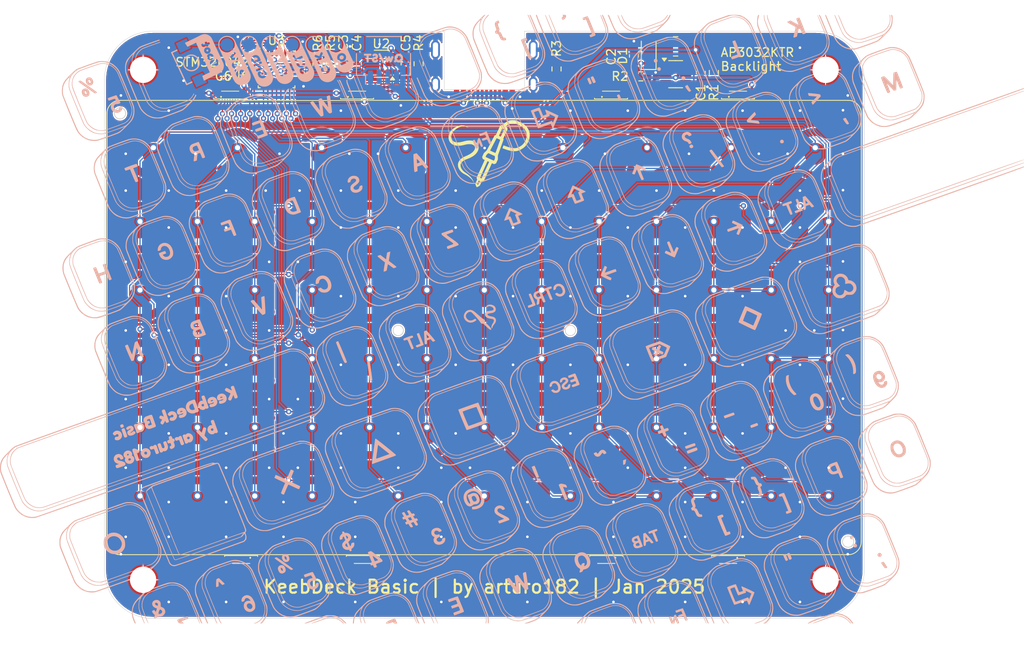
<source format=kicad_pcb>
(kicad_pcb (version 20241229) (generator "pcbnew") (generator_version "9.0")
  (layers (0 "F.Cu" signal) (2 "B.Cu" signal) (13 "F.Paste" user) (15 "B.Paste" user) (5 "F.SilkS" user "F.Silkscreen") (7 "B.SilkS" user "B.Silkscreen") (1 "F.Mask" user) (3 "B.Mask" user) (25 "Edge.Cuts" user))
  (net 0 "")
  (net 1 "/COL11")
  (net 2 "/ROW0")
  (net 3 "/ROW5")
  (net 4 "/COL4")
  (net 5 "/COL6")
  (net 6 "/ROW2")
  (net 7 "/COL1")
  (net 8 "/COL2")
  (net 9 "/COL3")
  (net 10 "/ROW4")
  (net 11 "/COL8")
  (net 12 "/COL7")
  (net 13 "/COL0")
  (net 14 "/COL9")
  (net 15 "/COL10")
  (net 16 "/COL5")
  (net 17 "GND")
  (net 18 "+3.3V")
  (net 19 "Net-(D1-K)")
  (net 20 "Net-(D1-A)")
  (net 21 "Net-(D2-K)")
  (net 22 "Net-(D3-K)")
  (net 23 "Net-(D4-K)")
  (net 24 "Net-(D5-K)")
  (net 25 "Net-(D6-K)")
  (net 26 "Net-(D7-K)")
  (net 27 "Net-(D8-K)")
  (net 28 "+5V")
  (net 29 "Net-(J1-CC1)")
  (net 30 "Net-(J1-CC2)")
  (net 32 "/USB_D+")
  (net 33 "/USB_D-")
  (net 37 "/BL_CTRL")
  (net 38 "/BOOT0")
  (net 39 "/SDA")
  (net 40 "/SCL")
  (net 41 "/ROW1")
  (footprint "Capacitor_SMD:C_0603_1608Metric" (layer "F.Cu") (at 139.0375 66.3 -90)
    (property "Reference" "C4")
    (property "Value" "10uF")
  )
  (footprint "Button_Switch_SMD_Extra:Metal_Dome_Oblong_5x4mm" (layer "F.Cu") (at 153.695 85.15)
    (property "Reference" "SW15" (hide yes))
    (property "Value" "SW_6" (hide yes))
  )
  (footprint "Button_Switch_SMD_Extra:Metal_Dome_Oblong_5x4mm" (layer "F.Cu") (at 166.895 100.95)
    (property "Reference" "SW43" (hide yes))
    (property "Value" "SW_K" (hide yes))
  )
  (footprint "LED_SMD_Extra:LTW-010DCG-SR-G" (layer "F.Cu") (at 182.875 69.76)
    (property "Reference" "D2" (hide yes))
    (property "Value" "LTW-010DCG-SR-G" (hide yes))
  )
  (footprint "Diode_SMD:D_SOD-323_HandSoldering" (layer "F.Cu") (at 172.6 64.95 90)
    (property "Reference" "D1")
    (property "Value" "1N5819")
  )
  (footprint "MountingHole_Extra:SMD-1_BD4.4-D2.8" (layer "F.Cu") (at 192.95 125.7 180)
    (property "Reference" "H4" (hide yes))
    (property "Value" "MountingHole" (hide yes))
  )
  (footprint "Button_Switch_SMD_Extra:Metal_Dome_Oblong_5x4mm" (layer "F.Cu") (at 153.695 100.95)
    (property "Reference" "SW41" (hide yes))
    (property "Value" "SW_H" (hide yes))
  )
  (footprint "Button_Switch_SMD_Extra:Metal_Dome_Oblong_5x4mm" (layer "F.Cu") (at 153.695 116.75)
    (property "Reference" "SW66" (hide yes))
    (property "Value" "SW_SPACE2" (hide yes))
  )
  (footprint "Button_Switch_SMD_Extra:Metal_Dome_Oblong_5x4mm" (layer "F.Cu") (at 186.695 85.15)
    (property "Reference" "SW20" (hide yes))
    (property "Value" "SW_-" (hide yes))
  )
  (footprint "Package_TO_SOT_SMD:SOT-23-5" (layer "F.Cu") (at 141.8375 66.3 180)
    (property "Reference" "U2")
    (property "Value" "AP2112K-3.3")
  )
  (footprint "Button_Switch_SMD_Extra:Metal_Dome_Oblong_5x4mm" (layer "F.Cu") (at 160.295 93.05)
    (property "Reference" "SW29" (hide yes))
    (property "Value" "SW_U" (hide yes))
  )
  (footprint "Button_Switch_SMD_Extra:Metal_Dome_Oblong_5x4mm" (layer "F.Cu") (at 153.695 93.05)
    (property "Reference" "SW28" (hide yes))
    (property "Value" "SW_Y" (hide yes))
  )
  (footprint "Button_Switch_SMD_Extra:Metal_Dome_Oblong_5x4mm" (layer "F.Cu") (at 166.895 85.15)
    (property "Reference" "SW17" (hide yes))
    (property "Value" "SW_8" (hide yes))
  )
  (footprint "Button_Switch_SMD_Extra:Metal_Dome_Oblong_5x4mm" (layer "F.Cu") (at 114.095 100.95)
    (property "Reference" "SW35" (hide yes))
    (property "Value" "SW_FN" (hide yes))
  )
  (footprint "Button_Switch_SMD_Extra:Metal_Dome_Oblong_5x4mm" (layer "F.Cu") (at 133.895 85.15)
    (property "Reference" "SW12" (hide yes))
    (property "Value" "SW_3" (hide yes))
  )
  (footprint "Button_Switch_SMD_Extra:Metal_Dome_Oblong_5x4mm" (layer "F.Cu") (at 193.295 85.15)
    (property "Reference" "SW21" (hide yes))
    (property "Value" "SW_=" (hide yes))
  )
  (footprint "Button_Switch_SMD_Extra:Metal_Dome_Oblong_5x4mm" (layer "F.Cu") (at 127.295 108.85)
    (property "Reference" "SW50" (hide yes))
    (property "Value" "SW_X" (hide yes))
  )
  (footprint "MountingHole_Extra:SMD-1_BD4.4-D2.8" (layer "F.Cu") (at 114.45 125.7 90)
    (property "Reference" "H3" (hide yes))
    (property "Value" "MountingHole" (hide yes))
  )
  (footprint "Button_Switch_SMD_Extra:Metal_Dome_Oblong_5x4mm" (layer "F.Cu") (at 186.695 108.85)
    (property "Reference" "SW59" (hide yes))
    (property "Value" "SW_UP" (hide yes))
  )
  (footprint "Button_Switch_SMD_Extra:Metal_Dome_Oblong_5x4mm" (layer "F.Cu") (at 140.495 85.15)
    (property "Reference" "SW13" (hide yes))
    (property "Value" "SW_4" (hide yes))
  )
  (footprint "Button_Switch_SMD_Extra:Metal_Dome_Oblong_5x4mm" (layer "F.Cu") (at 120.695 85.15)
    (property "Reference" "SW10" (hide yes))
    (property "Value" "SW_1" (hide yes))
  )
  (footprint "Button_Switch_SMD_Extra:Metal_Dome_Oblong_5x4mm" (layer "F.Cu") (at 125.31 76.66)
    (property "Reference" "SW2" (hide yes))
    (property "Value" "SW_SQUARE" (hide yes))
  )
  (footprint "Capacitor_SMD:C_0603_1608Metric" (layer "F.Cu") (at 178.6 67.3 -90)
    (property "Reference" "C1")
    (property "Value" "10uF")
  )
  (footprint "Button_Switch_SMD_Extra:Metal_Dome_Oblong_5x4mm" (layer "F.Cu") (at 114.095 93.05)
    (property "Reference" "SW22" (hide yes))
    (property "Value" "SW_TAB" (hide yes))
  )
  (footprint "Connector_USB_Extra:USB_C_Receptacle_SHOU_HAN-TYPE-C-16P-CB1.6-073" (layer "F.Cu") (at 153.7 67.25 180)
    (property "Reference" "J1" (hide yes))
    (property "Value" "USB_C_Receptacle_USB2.0" (hide yes))
    (fp_line (start 4.62 4.675) (end 4.62 -2.025) (stroke (width 0.05)) (layer "Edge.Cuts"))
    (fp_line (start -4.62 4.675) (end -4.62 -2.025) (stroke (width 0.05)) (layer "Edge.Cuts"))
    (fp_line (start -4.62 -2.025) (end 4.62 -2.025) (stroke (width 0.05)) (layer "Edge.Cuts"))
  )
  (footprint "Resistor_SMD:R_0603_1608Metric" (layer "F.Cu") (at 134.5 66.3 90)
    (property "Reference" "R6")
    (property "Value" "4.7K")
  )
  (footprint "Resistor_SMD:R_0603_1608Metric" (layer "F.Cu") (at 136 66.3 -90)
    (property "Reference" "R5")
    (property "Value" "4.7K")
  )
  (footprint "Button_Switch_SMD_Extra:Metal_Dome_Oblong_5x4mm" (layer "F.Cu") (at 186.695 116.75)
    (property "Reference" "SW70" (hide yes))
    (property "Value" "SW_DOWN" (hide yes))
  )
  (footprint "MountingHole_Extra:SMD-1_BD4.4-D2.8" (layer "F.Cu") (at 114.45 67)
    (property "Reference" "H2" (hide yes))
    (property "Value" "MountingHole" (hide yes))
  )
  (footprint "Button_Switch_SMD_Extra:Metal_Dome_Oblong_5x4mm" (layer "F.Cu") (at 133.895 100.95)
    (property "Reference" "SW38" (hide yes))
    (property "Value" "SW_D" (hide yes))
  )
  (footprint "Button_Switch_SMD_Extra:Metal_Dome_Oblong_5x4mm" (layer "F.Cu") (at 127.295 100.95)
    (property "Reference" "SW37" (hide yes))
    (property "Value" "SW_S" (hide yes))
  )
  (footprint "Button_Switch_SMD_Extra:Metal_Dome_Oblong_5x4mm" (layer "F.Cu") (at 160.295 108.85)
    (property "Reference" "SW55" (hide yes))
    (property "Value" "SW_M" (hide yes))
  )
  (footprint "Button_Switch_SMD_Extra:Metal_Dome_Oblong_5x4mm" (layer "F.Cu") (at 120.695 116.75)
    (property "Reference" "SW62" (hide yes))
    (property "Value" "SW_SP" (hide yes))
  )
  (footprint "Button_Switch_SMD_Extra:Metal_Dome_Oblong_5x4mm" (layer "F.Cu") (at 193.295 116.75)
    (property "Reference" "SW71" (hide yes))
    (property "Value" "SW_RIGHT" (hide yes))
  )
  (footprint "Button_Switch_SMD_Extra:Metal_Dome_Oblong_5x4mm" (layer "F.Cu") (at 147.095 85.15)
    (property "Reference" "SW14" (hide yes))
    (property "Value" "SW_5" (hide yes))
  )
  (footprint "Button_Switch_SMD_Extra:Metal_Dome_Oblong_5x4mm" (layer "F.Cu") (at 163.595 116.75)
    (property "Reference" "SW67" (hide yes))
    (property "Value" "SW_SPACE3" (hide yes))
  )
  (footprint "Button_Switch_SMD_Extra:Metal_Dome_Oblong_5x4mm" (layer "F.Cu") (at 133.895 116.75)
    (property "Reference" "SW64" (hide yes))
    (property "Value" "SW_\\" (hide yes))
  )
  (footprint "Button_Switch_SMD_Extra:Metal_Dome_Oblong_5x4mm" (layer "F.Cu") (at 134.985 76.66)
    (property "Reference" "SW3" (hide yes))
    (property "Value" "SW_TRIANGLE" (hide yes))
  )
  (footprint "Button_Switch_SMD_Extra:Metal_Dome_Oblong_5x4mm" (layer "F.Cu") (at 180.095 85.15)
    (property "Reference" "SW19" (hide yes))
    (property "Value" "SW_0" (hide yes))
  )
  (footprint "Button_Switch_SMD_Extra:Metal_Dome_Oblong_5x4mm" (layer "F.Cu") (at 173.495 108.85)
    (property "Reference" "SW57" (hide yes))
    (property "Value" "SW_." (hide yes))
  )
  (footprint "LED_SMD_Extra:LTW-010DCG-SR-G" (layer "F.Cu") (at 168.275 69.76)
    (property "Reference" "D4" (hide yes))
    (property "Value" "LTW-010DCG-SR-G" (hide yes))
  )
  (footprint "Package_DFN_QFN:QFN-28_4x4mm_P0.5mm" (layer "F.Cu") (at 129.8 66.95)
    (property "Reference" "U3")
    (property "Value" "STM32F042G6Ux")
  )
  (footprint "Button_Switch_SMD_Extra:Metal_Dome_Oblong_5x4mm" (layer "F.Cu") (at 120.695 108.85)
    (property "Reference" "SW49" (hide yes))
    (property "Value" "SW_Z" (hide yes))
  )
  (footprint "Button_Switch_SMD_Extra:Metal_Dome_Oblong_5x4mm" (layer "F.Cu") (at 160.295 100.95)
    (property "Reference" "SW42" (hide yes))
    (property "Value" "SW_J" (hide yes))
  )
  (footprint "LED_SMD_Extra:LTW-010DCG-SR-G" (layer "F.Cu") (at 125.725 123.51 180)
    (property "Reference" "D9" (hide yes))
    (property "Value" "LTW-010DCG-SR-G" (hide yes))
  )
  (footprint "Button_Switch_SMD_Extra:Metal_Dome_Oblong_5x4mm" (layer "F.Cu") (at 153.695 108.85)
    (property "Reference" "SW54" (hide yes))
    (property "Value" "SW_N" (hide yes))
  )
  (footprint "Button_Switch_SMD_Extra:Metal_Dome_Oblong_5x4mm" (layer "F.Cu") (at 173.495 116.75)
    (property "Reference" "SW68" (hide yes))
    (property "Value" "SW_RALT" (hide yes))
  )
  (footprint "Button_Switch_SMD_Extra:Metal_Dome_Oblong_5x4mm" (layer "F.Cu") (at 114.095 108.85)
    (property "Reference" "SW48" (hide yes))
    (property "Value" "SW_LSHIFT" (hide yes))
  )
  (footprint "Button_Switch_SMD_Extra:Metal_Dome_Oblong_5x4mm" (layer "F.Cu") (at 147.095 93.05)
    (property "Reference" "SW27" (hide yes))
    (property "Value" "SW_T" (hide yes))
  )
  (footprint "Inductor_SMD:L_1008_2520Metric" (layer "F.Cu") (at 175.7 64.3 180)
    (property "Reference" "L1" (hide yes))
    (property "Value" "6.8uH")
  )
  (footprint "MountingHole_Extra:SMD-1_BD4.4-D2.8" (layer "F.Cu") (at 192.95 67 -90)
    (property "Reference" "H1" (hide yes))
    (property "Value" "MountingHole" (hide yes))
  )
  (footprint "Resistor_SMD:R_0603_1608Metric" (layer "F.Cu") (at 171.7 67.75 180)
    (property "Reference" "R2")
    (property "Value" "4.7R")
  )
  (footprint "Symbols_Extra:SolderParty-New-Logo_10x8.5mm_SilkScreen" (layer "F.Cu") (at 154.570286 76.327462)
    (property "Reference" "G***" (hide yes))
    (property "Value" "LOGO" (hide yes))
  )
  (footprint "Button_Switch_SMD_Extra:Metal_Dome_Oblong_5x4mm" (layer "F.Cu") (at 140.495 100.95)
    (property "Reference" "SW39" (hide yes))
    (property "Value" "SW_F" (hide yes))
  )
  (footprint "Capacitor_SMD:C_0603_1608Metric" (layer "F.Cu") (at 170.9 65.4 90)
    (property "Reference" "C2")
    (property "Value" "1uF")
  )
  (footprint "Resistor_SMD:R_0603_1608Metric" (layer "F.Cu") (at 180.1 67.3 90)
    (property "Reference" "R1")
    (property "Value" "4.7K")
  )
  (footprint "Button_Switch_SMD_Extra:Metal_Dome_Oblong_5x4mm" (layer "F.Cu") (at 133.895 93.05)
    (property "Reference" "SW25" (hide yes))
    (property "Value" "SW_E" (hide yes))
  )
  (footprint "Button_Switch_SMD_Extra:Metal_Dome_Oblong_5x4mm" (layer "F.Cu") (at 173.495 93.05)
    (property "Reference" "SW31" (hide yes))
    (property "Value" "SW_O" (hide yes))
  )
  (footprint "Button_Switch_SMD_Extra:Metal_Dome_Oblong_5x4mm" (layer "F.Cu") (at 147.095 108.85)
    (property "Reference" "SW53" (hide yes))
    (property "Value" "SW_B" (hide yes))
  )
  (footprint "Button_Switch_SMD_Extra:Metal_Dome_Oblong_5x4mm" (layer "F.Cu") (at 160.295 85.15)
    (property "Reference" "SW16" (hide yes))
    (property "Value" "SW_7" (hide yes))
  )
  (footprint "Button_Switch_SMD_Extra:Metal_Dome_Oblong_5x4mm" (layer "F.Cu") (at 193.295 93.05)
    (property "Reference" "SW34" (hide yes))
    (property "Value" "SW_]" (hide yes))
  )
  (footprint "Button_Switch_SMD_Extra:Metal_Dome_Oblong_5x4mm" (layer "F.Cu") (at 133.895 108.85)
    (property "Reference" "SW51" (hide yes))
    (property "Value" "SW_C" (hide yes))
  )
  (footprint "LED_SMD_Extra:LTW-010DCG-SR-G" (layer "F.Cu") (at 167.725 123.51 180)
    (property "Reference" "D5" (hide yes))
    (property "Value" "LTW-010DCG-SR-G" (hide yes))
  )
  (footprint "Button_Switch_SMD_Extra:Metal_Dome_Oblong_5x4mm" (layer "F.Cu") (at 127.295 85.15)
    (property "Reference" "SW11" (hide yes))
    (property "Value" "SW_2" (hide yes))
  )
  (footprint "Button_Switch_SMD_Extra:Metal_Dome_Oblong_5x4mm" (layer "F.Cu") (at 182.085 76.66)
    (property "Reference" "SW7" (hide yes))
    (property "Value" "SW_DIAMOND" (hide yes))
  )
  (footprint "Capacitor_SMD:C_0603_1608Metric" (layer "F.Cu") (at 144.6375 66.3 90)
    (property "Reference" "C5")
    (property "Value" "10uF")
  )
  (footprint "Button_Switch_SMD_Extra:Metal_Dome_Oblong_5x4mm" (layer "F.Cu") (at 140.495 108.85)
    (property "Reference" "SW52" (hide yes))
    (property "Value" "SW_V" (hide yes))
  )
  (footprint "Button_Switch_SMD_Extra:Metal_Dome_Oblong_5x4mm" (layer "F.Cu") (at 127.295 116.75)
    (property "Reference" "SW63" (hide yes))
    (property "Value" "SW_LALT" (hide yes))
  )
  (footprint "LED_SMD_Extra:LTW-010DCG-SR-G" (layer "F.Cu") (at 139.725 123.51 180)
    (property "Reference" "D7" (hide yes))
    (property "Value" "LTW-010DCG-SR-G" (hide yes))
  )
  (footprint "Button_Switch_SMD_Extra:Metal_Dome_Oblong_5x4mm" (layer "F.Cu") (at 143.795 116.75)
    (property "Reference" "SW65" (hide yes))
    (property "Value" "SW_SPACE1" (hide yes))
  )
  (footprint "Button_Switch_SMD_Extra:Metal_Dome_Oblong_5x4mm" (layer "F.Cu") (at 166.895 108.85)
    (property "Reference" "SW56" (hide yes))
    (property "Value" "SW_," (hide yes))
  )
  (footprint "Package_TO_SOT_SMD:SOT-23-6" (layer "F.Cu") (at 175.7 67.5)
    (property "Reference" "U1" (hide yes))
    (property "Value" "AP3032KTR")
  )
  (footprint "Button_Switch_SMD_Extra:Metal_Dome_Oblong_5x4mm" (layer "F.Cu") (at 186.695 100.95)
    (property "Reference" "SW46" (hide yes))
    (property "Value" "SW_'" (hide yes))
  )
  (footprint "Button_Switch_SMD_Extra:Metal_Dome_Oblong_5x4mm" (layer "F.Cu") (at 180.095 93.05)
    (property "Reference" "SW32" (hide yes))
    (property "Value" "SW_P" (hide yes))
  )
  (footprint "Button_Switch_SMD_Extra:Metal_Dome_Oblong_5x4mm" (layer "F.Cu") (at 173.495 100.95)
    (property "Reference" "SW44" (hide yes))
    (property "Value" "SW_L" (hide yes))
  )
  (footprint "Button_Switch_SMD_Extra:Metal_Dome_Oblong_5x4mm" (layer "F.Cu") (at 115.635 76.66)
    (property "Reference" "SW1" (hide yes))
    (property "Value" "SW_ESC" (hide yes))
  )
  (footprint "Button_Switch_SMD_Extra:Metal_Dome_Oblong_5x4mm" (layer "F.Cu") (at 144.66 76.66)
    (property "Reference" "SW4" (hide yes))
    (property "Value" "SW_CROSS" (hide yes))
  )
  (footprint "Button_Switch_SMD_Extra:Metal_Dome_Oblong_5x4mm" (layer "F.Cu") (at 147.095 100.95)
    (property "Reference" "SW40" (hide yes))
    (property "Value" "SW_G" (hide yes))
  )
  (footprint "Button_Switch_SMD_Extra:Metal_Dome_Oblong_5x4mm" (layer "F.Cu") (at 180.095 116.75)
    (property "Reference" "SW69" (hide yes))
    (property "Value" "SW_LEFT" (hide yes))
  )
  (footprint "Button_Switch_SMD_Extra:Metal_Dome_Oblong_5x4mm" (layer "F.Cu") (at 120.695 93.05)
    (property "Reference" "SW23" (hide yes))
    (property "Value" "SW_Q" (hide yes))
  )
  (footprint "Button_Switch_SMD_Extra:Metal_Dome_Oblong_5x4mm" (layer "F.Cu") (at 180.095 100.95)
    (property "Reference" "SW45" (hide yes))
    (property "Value" "SW_;" (hide yes))
  )
  (footprint "LED_SMD_Extra:LTW-010DCG-SR-G" (layer "F.Cu") (at 124.465 69.76)
    (property "Reference" "D8" (hide yes))
    (property "Value" "LTW-010DCG-SR-G" (hide yes))
  )
  (footprint "Button_Switch_SMD_Extra:Metal_Dome_Oblong_5x4mm" (layer "F.Cu") (at 114.095 85.15)
    (property "Reference" "SW9" (hide yes))
    (property "Value" "SW_TILDE" (hide yes))
  )
  (footprint "Button_Switch_SMD_Extra:Metal_Dome_Oblong_5x4mm" (layer "F.Cu") (at 166.895 93.05)
    (property "Reference" "SW30" (hide yes))
    (property "Value" "SW_I" (hide yes))
  )
  (footprint "Button_Switch_SMD_Extra:Metal_Dome_Oblong_5x4mm" (layer "F.Cu") (at 191.76 76.66)
    (property "Reference" "SW8" (hide yes))
    (property "Value" "SW_BACKSPACE" (hide yes))
  )
  (footprint "Resistor_SMD:R_0603_1608Metric" (layer "F.Cu") (at 146.1375 66.3 90)
    (property "Reference" "R4")
    (property "Value" "5.1K")
  )
  (footprint "LED_SMD_Extra:LTW-010DCG-SR-G" (layer "F.Cu") (at 139.065 69.76)
    (property "Reference" "D6" (hide yes))
    (property "Value" "LTW-010DCG-SR-G" (hide yes))
  )
  (footprint "Button_Switch_SMD_Extra:Metal_Dome_Oblong_5x4mm" (layer "F.Cu") (at 173.495 85.15)
    (property "Reference" "SW18" (hide yes))
    (property "Value" "SW_9" (hide yes))
  )
  (footprint "Button_Switch_SMD_Extra:Metal_Dome_Oblong_5x4mm" (layer "F.Cu") (at 172.41 76.66)
    (property "Reference" "SW6" (hide yes))
    (property "Value" "SW_CLUB" (hide yes))
  )
  (footprint "Button_Switch_SMD_Extra:Metal_Dome_Oblong_5x4mm" (layer "F.Cu") (at 127.295 93.05)
    (property "Reference" "SW24" (hide yes))
    (property "Value" "SW_W" (hide yes))
  )
  (footprint "Button_Switch_SMD_Extra:Metal_Dome_Oblong_5x4mm" (layer "F.Cu") (at 186.695 93.05)
    (property "Reference" "SW33" (hide yes))
    (property "Value" "SW_[" (hide yes))
  )
  (footprint "Button_Switch_SMD_Extra:Metal_Dome_Oblong_5x4mm" (layer "F.Cu") (at 193.295 108.85)
    (property "Reference" "SW60" (hide yes))
    (property "Value" "SW_RSHIFT" (hide yes))
  )
  (footprint "Button_Switch_SMD_Extra:Metal_Dome_Oblong_5x4mm" (layer "F.Cu") (at 140.495 93.05)
    (property "Reference" "SW26" (hide yes))
    (property "Value" "SW_R" (hide yes))
  )
  (footprint "Button_Switch_SMD_Extra:Metal_Dome_Oblong_5x4mm" (layer "F.Cu") (at 114.095 116.75)
    (property "Reference" "SW61" (hide yes))
    (property "Value" "SW_CTRL" (hide yes))
  )
  (footprint "Button_Switch_SMD_Extra:Metal_Dome_Oblong_5x4mm" (layer "F.Cu") (at 193.295 100.95)
    (property "Reference" "SW47" (hide yes))
    (property "Value" "SW_ENTER" (hide yes))
  )
  (footprint "Button_Switch_SMD_Extra:Metal_Dome_Oblong_5x4mm" (layer "F.Cu") (at 120.695 100.95)
    (property "Reference" "SW36" (hide yes))
    (property "Value" "SW_A" (hide yes))
  )
  (footprint "LED_SMD_Extra:LTW-010DCG-SR-G" (layer "F.Cu") (at 181.735 123.51 180)
    (property "Reference" "D3" (hide yes))
    (property "Value" "LTW-010DCG-SR-G" (hide yes))
  )
  (footprint "Resistor_SMD:R_0603_1608Metric" (layer "F.Cu") (at 162 66.9 90)
    (property "Reference" "R3")
    (property "Value" "5.1K")
  )
  (footprint "Capacitor_SMD:C_0603_1608Metric" (layer "F.Cu") (at 137.5 66.3 90)
    (property "Reference" "C3")
    (property "Value" "0.1uF")
  )
  (footprint "Button_Switch_SMD_Extra:Metal_Dome_Oblong_5x4mm" (layer "F.Cu") (at 180.095 108.85)
    (property "Reference" "SW58" (hide yes))
    (property "Value" "SW_/" (hide yes))
  )
  (footprint "Button_Switch_SMD_Extra:Metal_Dome_Oblong_5x4mm" (layer "F.Cu") (at 162.735 76.66)
    (property "Reference" "SW5" (hide yes))
    (property "Value" "SW_CIRCLE" (hide yes))
  )
  (footprint "kibuzzard-67980A86" (layer "B.Cu") (at 127.896787 66.876787 115)
    (property "Reference" "kibuzzard-67980A86" (hide yes))
    (property "Value" "G***" (hide yes))
  )
  (footprint "LOGO" (layer "B.Cu") (at 153.5 95.7 180)
    (property "Reference" "G***" (hide yes))
    (property "Value" "LOGO" (hide yes))
  )
  (footprint "kibuzzard-67991E3A" (layer "B.Cu") (at 117.05 110.3 -160.5)
    (property "Reference" "kibuzzard-67991E3A" (hide yes))
    (property "Value" "G***" (hide yes))
  )
  (footprint "kibuzzard-67980AD7" (layer "B.Cu") (at 132.76667 66.60667 115)
    (property "Reference" "kibuzzard-67980AD7" (hide yes))
    (property "Value" "G***" (hide yes))
  )
  (footprint "kibuzzard-6798348F" (layer "B.Cu") (at 142.1 65.65 180)
    (property "Reference" "kibuzzard-6798348F" (hide yes))
    (property "Value" "G***" (hide yes))
  )
  (footprint "kibuzzard-67980B11" (layer "B.Cu") (at 130.327377 66.727377 115)
    (property "Reference" "kibuzzard-67980B11" (hide yes))
    (property "Value" "G***" (hide yes))
  )
  (footprint "TestPoint:TestPoint_Pad_D1.5mm" (layer "B.Cu") (at 134.1 64.1 -155)
    (property "Reference" "TP5" (hide yes))
    (property "Value" "TP_SWCLK")
  )
  (footprint "TestPoint:TestPoint_Pad_D1.5mm" (layer "B.Cu") (at 126.6 64.1 -65)
    (property "Reference" "TP2" (hide yes))
    (property "Value" "TP_UART_TX")
  )
  (footprint "TestPoint:TestPoint_Pad_D1.5mm" (layer "B.Cu") (at 124.1 64.1 -65)
    (property "Reference" "TP3" (hide yes))
    (property "Value" "TP_UART_TX")
  )
  (footprint "kibuzzard-67991D89" (layer "B.Cu") (at 118.02 106.52 -160.5)
    (property "Reference" "kibuzzard-67991D89" (hide yes))
    (property "Value" "G***" (hide yes))
  )
  (footprint "TestPoint:TestPoint_Pad_D1.5mm" (layer "B.Cu") (at 131.6 64.1 180)
    (property "Reference" "TP1" (hide yes))
    (property "Value" "TP_SCL")
  )
  (footprint "kibuzzard-66E774B8" (layer "B.Cu") (at 122.175141 65.185717 115)
    (property "Reference" "kibuzzard-66E774B8" (hide yes))
    (property "Value" "G***" (hide yes))
  )
  (footprint "TestPoint:TestPoint_Pad_D1.5mm" (layer "B.Cu") (at 136.6 64.1 180)
    (property "Reference" "TP4" (hide yes))
    (property "Value" "TP_SWDIO")
  )
  (footprint "kibuzzard-67980AB3" (layer "B.Cu") (at 125.358242 66.79726 115)
    (property "Reference" "kibuzzard-67980AB3" (hide yes))
    (property "Value" "G***" (hide yes))
  )
  (footprint "kibuzzard-67980AE6" (layer "B.Cu") (at 135.277141 66.617141 115)
    (property "Reference" "kibuzzard-67980AE6" (hide yes))
    (property "Value" "G***" (hide yes))
  )
  (footprint "TestPoint:TestPoint_Pad_D1.5mm" (layer "B.Cu") (at 129.1 64.1 180)
    (property "Reference" "TP6" (hide yes))
    (property "Value" "TP_SDA")
  )
  (footprint "kibuzzard-67980AE1" (layer "B.Cu") (at 137.516434 66.066433 115)
    (property "Reference" "kibuzzard-67980AE1" (hide yes))
    (property "Value" "G***" (hide yes))
  )
  (footprint "Button_Switch_SMD_Extra:TS-1088R" (layer "B.Cu") (at 120 66.2 -65)
    (property "Reference" "SW72" (hide yes))
    (property "Value" "SW_BOOT" (hide yes))
  )
  (footprint "Connector_JST:JST_SH_SM04B-SRSS-TB_1x04-1MP_P1.00mm_Horizontal" (layer "B.Cu") (at 142.1 65.85)
    (property "Reference" "J2" (hide yes))
    (property "Value" "Conn_Qwiic")
  )
  (gr_line (start 110.295 72.009998) (end 110.3025 121.31) (stroke (width 0.1)) (layer "F.SilkS"))
  (gr_arc (start 111.8025 122.81) (mid 110.74184 122.37066) (end 110.3025 121.31) (stroke (width 0.1)) (layer "F.SilkS"))
  (gr_arc (start 195.545001 70.510001) (mid 196.60566 70.949341) (end 197.045001 72.010001) (stroke (width 0.1)) (layer "F.SilkS"))
  (gr_line (start 197.045 121.31) (end 197.0525 72.01) (stroke (width 0.1)) (layer "F.SilkS"))
  (gr_arc (start 110.295 72.009998) (mid 110.734341 70.949339) (end 111.795 70.509998) (stroke (width 0.1)) (layer "F.SilkS"))
  (gr_line (start 111.8025 122.81) (end 195.545 122.81) (stroke (width 0.1)) (layer "F.SilkS"))
  (gr_line (start 195.545001 70.510001) (end 111.795001 70.510001) (stroke (width 0.1)) (layer "F.SilkS"))
  (gr_arc (start 197.045 121.31) (mid 196.60566 122.37066) (end 195.545 122.81) (stroke (width 0.1)) (layer "F.SilkS"))
  (gr_poly (pts (xy 133.18463 64.526844) (xy 133.564987 65.342522) (xy 135.395727 64.488833) (xy 135.01537 63.673156) (xy 134.960991 63.698513) (xy 135.057485 64.260374) (xy 134.867063 64.680184) (xy 134.501487 64.960991) (xy 134.051388 65.06054) (xy 133.607394 64.936565)) (fill yes) (layer "B.SilkS"))
  (gr_poly (pts (xy 130.68463 64.526844) (xy 131.064987 65.342522) (xy 132.895727 64.488833) (xy 132.51537 63.673156) (xy 132.460991 63.698513) (xy 132.557485 64.260374) (xy 132.367063 64.680184) (xy 132.001487 64.960991) (xy 131.551388 65.06054) (xy 131.107394 64.936565)) (fill yes) (layer "B.SilkS"))
  (gr_poly (pts (xy 123.18463 64.526844) (xy 123.564987 65.342522) (xy 125.395727 64.488833) (xy 125.01537 63.673156) (xy 124.960991 63.698513) (xy 125.057485 64.260374) (xy 124.867063 64.680184) (xy 124.501487 64.960991) (xy 124.051388 65.06054) (xy 123.607394 64.936565)) (fill yes) (layer "B.SilkS"))
  (gr_poly (pts (xy 135.682354 64.521387) (xy 136.062711 65.337065) (xy 137.893451 64.483376) (xy 137.513094 63.667699) (xy 137.458715 63.693056) (xy 137.555209 64.254917) (xy 137.364787 64.674727) (xy 136.999211 64.955534) (xy 136.549112 65.055083) (xy 136.105118 64.931108)) (fill yes) (layer "B.SilkS"))
  (gr_poly (pts (xy 121.102991 63.000913) (xy 119.25 63.9) (xy 119.55 64.35) (xy 120.63212 63.836761)) (fill yes) (layer "B.SilkS"))
  (gr_poly (pts (xy 128.18463 64.526844) (xy 128.564987 65.342522) (xy 130.395727 64.488833) (xy 130.01537 63.673156) (xy 129.960991 63.698513) (xy 130.057485 64.260374) (xy 129.867063 64.680184) (xy 129.501487 64.960991) (xy 129.051388 65.06054) (xy 128.607394 64.936565)) (fill yes) (layer "B.SilkS"))
  (gr_poly (pts (xy 125.68463 64.526844) (xy 126.064987 65.342522) (xy 127.895727 64.488833) (xy 127.51537 63.673156) (xy 127.460991 63.698513) (xy 127.557485 64.260374) (xy 127.367063 64.680184) (xy 127.001487 64.960991) (xy 126.551388 65.06054) (xy 126.107394 64.936565)) (fill yes) (layer "B.SilkS"))
  (gr_poly (pts (xy 123.175202 67.406505) (xy 121.45 68.25) (xy 121.25 67.7) (xy 122.232237 67.229946)) (fill yes) (layer "B.SilkS"))
  (gr_arc (start 110 68.15) (mid 111.640202 64.190202) (end 115.6 62.55) (stroke (width 0.05)) (layer "Edge.Cuts"))
  (gr_circle (center 143.795 97) (end 144.395 97) (stroke (width 0.1)) (fill no) (layer "Edge.Cuts"))
  (gr_circle (center 163.595 97) (end 164.195 97) (stroke (width 0.1)) (fill no) (layer "Edge.Cuts"))
  (gr_line (start 149.08 62.55) (end 115.6 62.55) (stroke (width 0.05)) (layer "Edge.Cuts"))
  (gr_line (start 115.6 130.15) (end 191.8 130.15) (stroke (width 0.05)) (layer "Edge.Cuts"))
  (gr_circle (center 195.545 121.31) (end 196.195 121.31) (stroke (width 0.1)) (fill no) (layer "Edge.Cuts"))
  (gr_line (start 191.8 62.55) (end 158.32 62.55) (stroke (width 0.05)) (layer "Edge.Cuts"))
  (gr_circle (center 111.795 72.009998) (end 112.445 72.009998) (stroke (width 0.1)) (fill no) (layer "Edge.Cuts"))
  (gr_arc (start 115.6 130.15) (mid 111.640202 128.509798) (end 110 124.55) (stroke (width 0.05)) (layer "Edge.Cuts"))
  (gr_line (start 158.32 62.575) (end 158.32 62.55) (stroke (width 0.05)) (layer "Edge.Cuts"))
  (gr_arc (start 191.8 62.55) (mid 195.759798 64.190202) (end 197.4 68.15) (stroke (width 0.05)) (layer "Edge.Cuts"))
  (gr_arc (start 197.4 124.55) (mid 195.759798 128.509798) (end 191.8 130.15) (stroke (width 0.05)) (layer "Edge.Cuts"))
  (gr_line (start 149.08 62.575) (end 149.08 62.55) (stroke (width 0.05)) (layer "Edge.Cuts"))
  (gr_line (start 110 68.15) (end 110 124.55) (stroke (width 0.05)) (layer "Edge.Cuts"))
  (gr_line (start 197.4 68.15) (end 197.4 124.55) (stroke (width 0.05)) (layer "Edge.Cuts"))
  (gr_text "STM32F042\nG6U6" (at 126.75 66.925 0) (layer "F.SilkS") (effects (font (size 1 1)) (justify right)))
  (gr_text "KeebDeck Basic | by arturo182 | Jan 2025" (at 153.7 126.5 0) (layer "F.SilkS") (effects (font (size 1.5 1.5) (thickness 0.25) (bold yes))))
  (gr_text "AP3032KTR\nBacklight" (at 180.8 65.8 0) (layer "F.SilkS") (effects (font (size 1 1)) (justify left)))
  (segment (start 131.7975 71.8725) (end 131.975 72.05) (width 0.15) (layer "F.Cu") (net 1))
  (segment (start 131.7975 68.45) (end 131.7975 71.8725) (width 0.15) (layer "F.Cu") (net 1))
  (via (at 131.975 72.05) (size 0.6) (drill 0.3) (layers "F.Cu" "B.Cu") (net 1))
  (segment (start 193.295 92.35) (end 193.295 84.45) (width 0.15) (layer "B.Cu") (net 1))
  (segment (start 193.295 100.25) (end 193.295 92.35) (width 0.15) (layer "B.Cu") (net 1))
  (segment (start 186.695 108.15) (end 186.695 100.25) (width 0.15) (layer "B.Cu") (net 1))
  (segment (start 193.295 84.45) (end 193.295 75.446472) (width 0.15) (layer "B.Cu") (net 1))
  (segment (start 186.695 100.25) (end 193.295 100.25) (width 0.15) (layer "B.Cu") (net 1))
  (segment (start 132.7 72.775) (end 131.975 72.05) (width 0.15) (layer "B.Cu") (net 1))
  (segment (start 190.623528 72.775) (end 132.7 72.775) (width 0.15) (layer "B.Cu") (net 1))
  (segment (start 193.295 108.15) (end 193.295 100.25) (width 0.15) (layer "B.Cu") (net 1))
  (segment (start 193.295 75.446472) (end 190.623528 72.775) (width 0.15) (layer "B.Cu") (net 1))
  (segment (start 186.45 74.16) (end 191.76 74.16) (width 0.15) (layer "F.Cu") (net 2))
  (segment (start 126.925 68.3) (end 126.925 70.299264) (width 0.15) (layer "F.Cu") (net 2))
  (segment (start 127.8625 67.95) (end 127.275 67.95) (width 0.15) (layer "F.Cu") (net 2))
  (segment (start 189.75 81.65) (end 195.15 81.65) (width 0.15) (layer "F.Cu") (net 2))
  (segment (start 193.295 98.45) (end 190.4 98.45) (width 0.15) (layer "F.Cu") (net 2))
  (segment (start 190 98.05) (end 190 91.1) (width 0.15) (layer "F.Cu") (net 2))
  (segment (start 115.635 74.16) (end 128.9 74.16) (width 0.15) (layer "F.Cu") (net 2))
  (segment (start 195.15 81.65) (end 196.175 82.675) (width 0.15) (layer "F.Cu") (net 2))
  (segment (start 196.175 97.875) (end 195.6 98.45) (width 0.15) (layer "F.Cu") (net 2))
  (segment (start 196.175 82.675) (end 196.175 97.875) (width 0.15) (layer "F.Cu") (net 2))
  (segment (start 127.25 70.624264) (end 127.25 73.75) (width 0.15) (layer "F.Cu") (net 2))
  (segment (start 127.275 67.95) (end 126.925 68.3) (width 0.15) (layer "F.Cu") (net 2))
  (segment (start 126.925 70.299264) (end 127.25 70.624264) (width 0.15) (layer "F.Cu") (net 2))
  (segment (start 190 91.1) (end 189.45 90.55) (width 0.15) (layer "F.Cu") (net 2))
  (segment (start 190.4 98.45) (end 190 98.05) (width 0.15) (layer "F.Cu") (net 2))
  (segment (start 186.695 82.65) (end 188.75 82.65) (width 0.15) (layer "F.Cu") (net 2))
  (segment (start 186.695 74.405) (end 186.45 74.16) (width 0.15) (layer "F.Cu") (net 2))
  (segment (start 127.66 74.16) (end 128.9 74.16) (width 0.15) (layer "F.Cu") (net 2))
  (segment (start 186.695 82.65) (end 186.695 74.405) (width 0.15) (layer "F.Cu") (net 2))
  (segment (start 127.25 73.75) (end 127.66 74.16) (width 0.15) (layer "F.Cu") (net 2))
  (segment (start 189.45 90.55) (end 186.695 90.55) (width 0.15) (layer "F.Cu") (net 2))
  (segment (start 188.75 82.65) (end 189.75 81.65) (width 0.15) (layer "F.Cu") (net 2))
  (segment (start 195.6 98.45) (end 193.295 98.45) (width 0.15) (layer "F.Cu") (net 2))
  (segment (start 128.9 74.16) (end 186.45 74.16) (width 0.15) (layer "F.Cu") (net 2))
  (segment (start 124.45 66.521509) (end 127.067589 63.90392) (width 0.15) (layer "F.Cu") (net 3))
  (segment (start 124.625 72.05) (end 124.625 71.115255) (width 0.15) (layer "F.Cu") (net 3))
  (segment (start 114.095 114.25) (end 131.2 114.25) (width 0.15) (layer "F.Cu") (net 3))
  (segment (start 124.625 71.115255) (end 124.45 70.940255) (width 0.15) (layer "F.Cu") (net 3))
  (segment (start 129.8 64.525) (end 129.8 65.0125) (width 0.15) (layer "F.Cu") (net 3))
  (segment (start 190 114.05) (end 189.8 114.25) (width 0.15) (layer "F.Cu") (net 3))
  (segment (start 189.8 114.25) (end 193.295 114.25) (width 0.15) (layer "F.Cu") (net 3))
  (segment (start 131.2 114.25) (end 189.8 114.25) (width 0.15) (layer "F.Cu") (net 3))
  (segment (start 124.45 70.940255) (end 124.45 66.521509) (width 0.15) (layer "F.Cu") (net 3))
  (segment (start 193.295 106.35) (end 190.5 106.35) (width 0.15) (layer "F.Cu") (net 3))
  (segment (start 190 106.85) (end 190 114.05) (width 0.15) (layer "F.Cu") (net 3))
  (segment (start 190.5 106.35) (end 190 106.85) (width 0.15) (layer "F.Cu") (net 3))
  (segment (start 127.067589 63.90392) (end 129.17892 63.90392) (width 0.15) (layer "F.Cu") (net 3))
  (segment (start 129.17892 63.90392) (end 129.8 64.525) (width 0.15) (layer "F.Cu") (net 3))
  (via (at 131.2 114.25) (size 0.6) (drill 0.3) (layers "F.Cu" "B.Cu") (net 3))
  (via (at 124.625 72.05) (size 0.6) (drill 0.3) (layers "F.Cu" "B.Cu") (net 3))
  (segment (start 124.625 73.600736) (end 129.775 78.750736) (width 0.15) (layer "B.Cu") (net 3))
  (segment (start 129.775 78.750736) (end 129.775 112.825) (width 0.15) (layer "B.Cu") (net 3))
  (segment (start 129.775 112.825) (end 131.2 114.25) (width 0.15) (layer "B.Cu") (net 3))
  (segment (start 124.625 72.05) (end 124.625 73.600736) (width 0.15) (layer "B.Cu") (net 3))
  (segment (start 128.3 68.9475) (end 128.3 72.6) (width 0.15) (layer "F.Cu") (net 4))
  (via (at 128.3 72.6) (size 0.6) (drill 0.3) (layers "F.Cu" "B.Cu") (net 4))
  (segment (start 140.495 75.17) (end 140.2 74.875) (width 0.15) (layer "B.Cu") (net 4))
  (segment (start 144.325 74.875) (end 144.66 75.21) (width 0.15) (layer "B.Cu") (net 4))
  (segment (start 140.495 108.15) (end 140.495 112.75) (width 0.15) (layer "B.Cu") (net 4))
  (segment (start 130.375 74.875) (end 128.3 72.8) (width 0.15) (layer "B.Cu") (net 4))
  (segment (start 140.2 74.875) (end 144.325 74.875) (width 0.15) (layer "B.Cu") (net 4))
  (segment (start 140.2 74.875) (end 130.375 74.875) (width 0.15) (layer "B.Cu") (net 4))
  (segment (start 140.495 108.15) (end 140.495 84.45) (width 0.15) (layer "B.Cu") (net 4))
  (segment (start 144.66 75.21) (end 144.66 75.96) (width 0.15) (layer "B.Cu") (net 4))
  (segment (start 140.495 84.45) (end 140.495 75.17) (width 0.15) (layer "B.Cu") (net 4))
  (segment (start 128.3 72.8) (end 128.3 72.6) (width 0.15) (layer "B.Cu") (net 4))
  (segment (start 140.495 112.75) (end 143.795 116.05) (width 0.15) (layer "B.Cu") (net 4))
  (segment (start 129.35 71.5) (end 129.35 72.6) (width 0.15) (layer "F.Cu") (net 5))
  (segment (start 129.3 71.45) (end 129.35 71.5) (width 0.15) (layer "F.Cu") (net 5))
  (segment (start 129.3 68.8875) (end 129.3 71.45) (width 0.15) (layer "F.Cu") (net 5))
  (via (at 129.35 72.6) (size 0.6) (drill 0.3) (layers "F.Cu" "B.Cu") (net 5))
  (segment (start 171.375 74.275) (end 130.775 74.275) (width 0.15) (layer "B.Cu") (net 5))
  (segment (start 153.695 84.45) (end 160.695 77.45) (width 0.15) (layer "B.Cu") (net 5))
  (segment (start 172.41 75.96) (end 172.41 75.31) (width 0.15) (layer "B.Cu") (net 5))
  (segment (start 153.695 108.15) (end 161.595 116.05) (width 0.15) (layer "B.Cu") (net 5))
  (segment (start 129.35 72.85) (end 129.35 72.6) (width 0.15) (layer "B.Cu") (net 5))
  (segment (start 161.595 116.05) (end 163.595 116.05) (width 0.15) (layer "B.Cu") (net 5))
  (segment (start 130.775 74.275) (end 129.35 72.85) (width 0.15) (layer "B.Cu") (net 5))
  (segment (start 163.3 77.45) (end 165.8 74.95) (width 0.15) (layer "B.Cu") (net 5))
  (segment (start 172.41 75.31) (end 171.375 74.275) (width 0.15) (layer "B.Cu") (net 5))
  (segment (start 165.8 74.95) (end 165.8 74.275) (width 0.15) (layer "B.Cu") (net 5))
  (segment (start 160.695 77.45) (end 163.3 77.45) (width 0.15) (layer "B.Cu") (net 5))
  (segment (start 153.695 84.45) (end 153.695 108.15) (width 0.15) (layer "B.Cu") (net 5))
  (segment (start 126.2 71.417463) (end 125.35 70.567463) (width 0.15) (layer "F.Cu") (net 6))
  (segment (start 189.8 89.65) (end 193.15 89.65) (width 0.15) (layer "F.Cu") (net 6))
  (segment (start 126.975 65.95) (end 127.8625 65.95) (width 0.15) (layer "F.Cu") (net 6))
  (segment (start 180.095 89.805) (end 180.6 89.3) (width 0.15) (layer "F.Cu") (net 6))
  (segment (start 193.295 89.795) (end 193.295 90.55) (width 0.15) (layer "F.Cu") (net 6))
  (segment (start 125.35 70.567463) (end 125.35 67.575) (width 0.15) (layer "F.Cu") (net 6))
  (segment (start 126.2 72.6) (end 126.2 71.417463) (width 0.15) (layer "F.Cu") (net 6))
  (segment (start 180.6 89.3) (end 189.45 89.3) (width 0.15) (layer "F.Cu") (net 6))
  (segment (start 189.45 89.3) (end 189.8 89.65) (width 0.15) (layer "F.Cu") (net 6))
  (segment (start 125.35 67.575) (end 126.975 65.95) (width 0.15) (layer "F.Cu") (net 6))
  (segment (start 180.095 90.55) (end 180.095 89.805) (width 0.15) (layer "F.Cu") (net 6))
  (segment (start 131.2 90.55) (end 180.095 90.55) (width 0.15) (layer "F.Cu") (net 6))
  (segment (start 114.095 90.55) (end 131.2 90.55) (width 0.15) (layer "F.Cu") (net 6))
  (segment (start 193.15 89.65) (end 193.295 89.795) (width 0.15) (layer "F.Cu") (net 6))
  (via (at 131.2 90.55) (size 0.6) (drill 0.3) (layers "F.Cu" "B.Cu") (net 6))
  (via (at 126.2 72.6) (size 0.6) (drill 0.3) (layers "F.Cu" "B.Cu") (net 6))
  (segment (start 130.675 78.377944) (end 126.2 73.902944) (width 0.15) (layer "B.Cu") (net 6))
  (segment (start 131.2 90.55) (end 130.675 90.025) (width 0.15) (layer "B.Cu") (net 6))
  (segment (start 126.2 73.902944) (end 126.2 72.6) (width 0.15) (layer "B.Cu") (net 6))
  (segment (start 130.675 90.025) (end 130.675 78.377944) (width 0.15) (layer "B.Cu") (net 6))
  (segment (start 123.575 71.115255) (end 123.85 70.840255) (width 0.15) (layer "F.Cu") (net 7))
  (segment (start 123.85 66.27298) (end 126.81906 63.30392) (width 0.15) (layer "F.Cu") (net 7))
  (segment (start 131.3 64.9525) (end 131.3 64.5) (width 0.15) (layer "F.Cu") (net 7))
  (segment (start 126.81906 63.30392) (end 129.515316 63.30392) (width 0.15) (layer "F.Cu") (net 7))
  (segment (start 129.515316 63.30392) (end 130.021598 63.810202) (width 0.15) (layer "F.Cu") (net 7))
  (segment (start 130.021598 63.810202) (end 130.339798 63.810202) (width 0.15) (layer "F.Cu") (net 7))
  (segment (start 123.85 70.840255) (end 123.85 66.27298) (width 0.15) (layer "F.Cu") (net 7))
  (segment (start 123.575 72.05) (end 123.575 71.115255) (width 0.15) (layer "F.Cu") (net 7))
  (segment (start 131.3 64.5) (end 130.610202 63.810202) (width 0.15) (layer "F.Cu") (net 7))
  (segment (start 130.610202 63.810202) (end 130.339798 63.810202) (width 0.15) (layer "F.Cu") (net 7))
  (via (at 123.575 72.05) (size 0.6) (drill 0.3) (layers "F.Cu" "B.Cu") (net 7))
  (via (at 130.339798 63.810202) (size 0.6) (drill 0.3) (layers "F.Cu" "B.Cu") (net 7))
  (segment (start 123.575 72.05) (end 123.575 73.399264) (width 0.15) (layer "B.Cu") (net 7))
  (segment (start 125.31 75.134264) (end 125.31 75.96) (width 0.15) (layer "B.Cu") (net 7))
  (segment (start 120.695 116.05) (end 120.695 80.575) (width 0.15) (layer "B.Cu") (net 7))
  (segment (start 130.339798 63.810202) (end 131.025 63.125) (width 0.15) (layer "B.Cu") (net 7))
  (segment (start 131.025 63.125) (end 133.125 63.125) (width 0.15) (layer "B.Cu") (net 7))
  (segment (start 123.575 73.399264) (end 125.31 75.134264) (width 0.15) (layer "B.Cu") (net 7))
  (segment (start 133.125 63.125) (end 134.1 64.1) (width 0.15) (layer "B.Cu") (net 7))
  (segment (start 120.695 80.575) (end 125.31 75.96) (width 0.15) (layer "B.Cu") (net 7))
  (segment (start 124.1 71.014519) (end 124.15 70.964519) (width 0.15) (layer "F.Cu") (net 8))
  (segment (start 124.1 72.6) (end 124.1 71.014519) (width 0.15) (layer "F.Cu") (net 8))
  (segment (start 124.15 70.964519) (end 124.15 66.397245) (width 0.15) (layer "F.Cu") (net 8))
  (segment (start 124.15 66.397245) (end 126.943325 63.60392) (width 0.15) (layer "F.Cu") (net 8))
  (segment (start 130.3 64.512868) (end 130.3 65.0125) (width 0.15) (layer "F.Cu") (net 8))
  (segment (start 129.391052 63.60392) (end 130.3 64.512868) (width 0.15) (layer "F.Cu") (net 8))
  (segment (start 126.943325 63.60392) (end 129.391052 63.60392) (width 0.15) (layer "F.Cu") (net 8))
  (via (at 124.1 72.6) (size 0.6) (drill 0.3) (layers "F.Cu" "B.Cu") (net 8))
  (segment (start 127.295 76.695) (end 124.1 73.5) (width 0.15) (layer "B.Cu") (net 8))
  (segment (start 127.295 84.45) (end 127.295 100.25) (width 0.15) (layer "B.Cu") (net 8))
  (segment (start 127.295 84.45) (end 127.295 76.695) (width 0.15) (layer "B.Cu") (net 8))
  (segment (start 124.1 73.5) (end 124.1 72.6) (width 0.15) (layer "B.Cu") (net 8))
  (segment (start 127.295 108.15) (end 127.295 116.05) (width 0.15) (layer "B.Cu") (net 8))
  (segment (start 127.295 100.255) (end 127.295 108.15) (width 0.15) (layer "B.Cu") (net 8))
  (segment (start 124.217463 97.525) (end 124.292463 97.45) (width 0.15) (layer "F.Cu") (net 9))
  (segment (start 117.617463 97.525) (end 117.692463 97.45) (width 0.15) (layer "F.Cu") (net 9))
  (segment (start 115.7 97.525) (end 117.617463 97.525) (width 0.15) (layer "F.Cu") (net 9))
  (segment (start 127.35 68.45) (end 127.8025 68.45) (width 0.15) (layer "F.Cu") (net 9))
  (segment (start 128.657537 97.45) (end 128.732537 97.525) (width 0.15) (layer "F.Cu") (net 9))
  (segment (start 127.225 70.175) (end 127.225 68.575) (width 0.15) (layer "F.Cu") (net 9))
  (segment (start 124.292463 97.45) (end 128.657537 97.45) (width 0.15) (layer "F.Cu") (net 9))
  (segment (start 123.782537 97.525) (end 124.217463 97.525) (width 0.15) (layer "F.Cu") (net 9))
  (segment (start 132.25 97.45) (end 132.3 97.5) (width 0.15) (layer "F.Cu") (net 9))
  (segment (start 129.167463 97.525) (end 129.242463 97.45) (width 0.15) (layer "F.Cu") (net 9))
  (segment (start 117.692463 97.45) (end 123.707537 97.45) (width 0.15) (layer "F.Cu") (net 9))
  (segment (start 128.732537 97.525) (end 129.167463 97.525) (width 0.15) (layer "F.Cu") (net 9))
  (segment (start 129.242463 97.45) (end 132.25 97.45) (width 0.15) (layer "F.Cu") (net 9))
  (segment (start 127.775 72.05) (end 127.775 70.725) (width 0.15) (layer "F.Cu") (net 9))
  (segment (start 123.707537 97.45) (end 123.782537 97.525) (width 0.15) (layer "F.Cu") (net 9))
  (segment (start 127.775 70.725) (end 127.225 70.175) (width 0.15) (layer "F.Cu") (net 9))
  (segment (start 127.225 68.575) (end 127.35 68.45) (width 0.15) (layer "F.Cu") (net 9))
  (via (at 127.775 72.05) (size 0.6) (drill 0.3) (layers "F.Cu" "B.Cu") (net 9))
  (via (at 132.3 97.5) (size 0.6) (drill 0.3) (layers "F.Cu" "B.Cu") (net 9))
  (via (at 115.7 97.525) (size 0.6) (drill 0.3) (layers "F.Cu" "B.Cu") (net 9))
  (segment (start 130.132537 75.175) (end 127.775 72.817463) (width 0.15) (layer "B.Cu") (net 9))
  (segment (start 132.3 97.5) (end 133.895 99.095) (width 0.15) (layer "B.Cu") (net 9))
  (segment (start 133.895 108.15) (end 133.895 116.05) (width 0.15) (layer "B.Cu") (net 9))
  (segment (start 133.65 75.175) (end 130.132537 75.175) (width 0.15) (layer "B.Cu") (net 9))
  (segment (start 132.3 97.5) (end 132.3 91.6) (width 0.15) (layer "B.Cu") (net 9))
  (segment (start 133.895 75.42) (end 133.65 75.175) (width 0.15) (layer "B.Cu") (net 9))
  (segment (start 133.65 75.175) (end 134.2 75.175) (width 0.15) (layer "B.Cu") (net 9))
  (segment (start 127.775 72.817463) (end 127.775 72.05) (width 0.15) (layer "B.Cu") (net 9))
  (segment (start 133.895 84.45) (end 133.895 75.42) (width 0.15) (layer "B.Cu") (net 9))
  (segment (start 134.2 75.175) (end 134.985 75.96) (width 0.15) (layer "B.Cu") (net 9))
  (segment (start 133.895 90.005) (end 133.895 84.45) (width 0.15) (layer "B.Cu") (net 9))
  (segment (start 115.7 93.955) (end 114.095 92.35) (width 0.15) (layer "B.Cu") (net 9))
  (segment (start 133.895 99.095) (end 133.895 100.25) (width 0.15) (layer "B.Cu") (net 9))
  (segment (start 132.3 91.6) (end 133.895 90.005) (width 0.15) (layer "B.Cu") (net 9))
  (segment (start 133.895 100.25) (end 133.895 108.15) (width 0.15) (layer "B.Cu") (net 9))
  (segment (start 115.7 97.525) (end 115.7 93.955) (width 0.15) (layer "B.Cu") (net 9))
  (segment (start 129.05392 64.20392) (end 129.3 64.45) (width 0.15) (layer "F.Cu") (net 10))
  (segment (start 131.2 106.35) (end 186.695 106.35) (width 0.15) (layer "F.Cu") (net 10))
  (segment (start 127.191853 64.20392) (end 129.05392 64.20392) (width 0.15) (layer "F.Cu") (net 10))
  (segment (start 124.75 66.645773) (end 127.191853 64.20392) (width 0.15) (layer "F.Cu") (net 10))
  (segment (start 129.3 64.45) (end 129.3 65.0125) (width 0.15) (layer "F.Cu") (net 10))
  (segment (start 124.75 70.815991) (end 124.75 66.645773) (width 0.15) (layer "F.Cu") (net 10))
  (segment (start 114.095 106.35) (end 131.2 106.35) (width 0.15) (layer "F.Cu") (net 10))
  (segment (start 125.15 71.215991) (end 124.75 70.815991) (width 0.15) (layer "F.Cu") (net 10))
  (segment (start 125.15 72.6) (end 125.15 71.215991) (width 0.15) (layer "F.Cu") (net 10))
  (via (at 131.2 106.35) (size 0.6) (drill 0.3) (layers "F.Cu" "B.Cu") (net 10))
  (via (at 125.15 72.6) (size 0.6) (drill 0.3) (layers "F.Cu" "B.Cu") (net 10))
  (segment (start 130.075 78.626472) (end 130.075 105.225) (width 0.15) (layer "B.Cu") (net 10))
  (segment (start 130.075 105.225) (end 131.2 106.35) (width 0.15) (layer "B.Cu") (net 10))
  (segment (start 125.15 72.6) (end 125.15 73.701472) (width 0.15) (layer "B.Cu") (net 10))
  (segment (start 125.15 73.701472) (end 130.075 78.626472) (width 0.15) (layer "B.Cu") (net 10))
  (segment (start 130.4 71.55) (end 130.4 72.6) (width 0.15) (layer "F.Cu") (net 11))
  (segment (start 130.3 71.45) (end 130.4 71.55) (width 0.15) (layer "F.Cu") (net 11))
  (segment (start 130.3 68.8875) (end 130.3 71.45) (width 0.15) (layer "F.Cu") (net 11))
  (via (at 130.4 72.6) (size 0.6) (drill 0.3) (layers "F.Cu" "B.Cu") (net 11))
  (segment (start 187.67 80.05) (end 191.76 75.96) (width 0.15) (layer "B.Cu") (net 11))
  (segment (start 191.76 75.184264) (end 190.250736 73.675) (width 0.15) (layer "B.Cu") (net 11))
  (segment (start 191.76 75.96) (end 191.76 75.184264) (width 0.15) (layer "B.Cu") (net 11))
  (segment (start 172.995 114.25) (end 175.95 114.25) (width 0.15) (layer "B.Cu") (net 11))
  (segment (start 175.95 114.25) (end 177.75 116.05) (width 0.15) (layer "B.Cu") (net 11))
  (segment (start 166.895 108.15) (end 172.995 114.25) (width 0.15) (layer "B.Cu") (net 11))
  (segment (start 190.250736 73.675) (end 131.279136 73.675) (width 0.15) (layer "B.Cu") (net 11))
  (segment (start 166.895 84.45) (end 166.895 108.15) (width 0.15) (layer "B.Cu") (net 11))
  (segment (start 131.279136 73.675) (end 130.4 72.795864) (width 0.15) (layer "B.Cu") (net 11))
  (segment (start 166.895 84.45) (end 171.295 80.05) (width 0.15) (layer "B.Cu") (net 11))
  (segment (start 130.4 72.795864) (end 130.4 72.6) (width 0.15) (layer "B.Cu") (net 11))
  (segment (start 171.295 80.05) (end 187.67 80.05) (width 0.15) (layer "B.Cu") (net 11))
  (segment (start 177.75 116.05) (end 180.095 116.05) (width 0.15) (layer "B.Cu") (net 11))
  (segment (start 129.8 71.475) (end 129.875 71.55) (width 0.15) (layer "F.Cu") (net 12))
  (segment (start 129.875 71.55) (end 129.875 72.05) (width 0.15) (layer "F.Cu") (net 12))
  (segment (start 129.8 68.8875) (end 129.8 71.475) (width 0.15) (layer "F.Cu") (net 12))
  (via (at 129.875 72.05) (size 0.6) (drill 0.3) (layers "F.Cu" "B.Cu") (net 12))
  (segment (start 182.085 75.285) (end 180.775 73.975) (width 0.15) (layer "B.Cu") (net 12))
  (segment (start 129.875 72.817463) (end 129.875 72.05) (width 0.15) (layer "B.Cu") (net 12))
  (segment (start 160.295 84.45) (end 166.395 78.35) (width 0.15) (layer "B.Cu") (net 12))
  (segment (start 168.195 116.05) (end 160.295 108.15) (width 0.15) (layer "B.Cu") (net 12))
  (segment (start 160.295 108.15) (end 160.295 84.45) (width 0.15) (layer "B.Cu") (net 12))
  (segment (start 166.395 78.35) (end 179.695 78.35) (width 0.15) (layer "B.Cu") (net 12))
  (segment (start 179.695 78.35) (end 182.085 75.96) (width 0.15) (layer "B.Cu") (net 12))
  (segment (start 180.775 73.975) (end 131.032537 73.975) (width 0.15) (layer "B.Cu") (net 12))
  (segment (start 173.495 116.05) (end 168.195 116.05) (width 0.15) (layer "B.Cu") (net 12))
  (segment (start 182.085 75.96) (end 182.085 75.285) (width 0.15) (layer "B.Cu") (net 12))
  (segment (start 131.032537 73.975) (end 129.875 72.817463) (width 0.15) (layer "B.Cu") (net 12))
  (segment (start 114.095 96.85) (end 114.5 96.85) (width 0.15) (layer "F.Cu") (net 13))
  (segment (start 126.694797 63.00392) (end 123.55 66.148717) (width 0.15) (layer "F.Cu") (net 13))
  (segment (start 124.292463 96.55) (end 128.657537 96.55) (width 0.15) (layer "F.Cu") (net 13))
  (segment (start 114.5 96.85) (end 114.875 96.475) (width 0.15) (layer "F.Cu") (net 13))
  (segment (start 133.55 96.6) (end 133.9 96.95) (width 0.15) (layer "F.Cu") (net 13))
  (segment (start 128.657537 96.55) (end 128.732537 96.475) (width 0.15) (layer "F.Cu") (net 13))
  (segment (start 123.55 70.715991) (end 123.05 71.215991) (width 0.15) (layer "F.Cu") (net 13))
  (segment (start 131.7975 65.45) (end 131.7975 64.4475) (width 0.15) (layer "F.Cu") (net 13))
  (segment (start 129.292463 96.6) (end 133.55 96.6) (width 0.15) (layer "F.Cu") (net 13))
  (segment (start 123.707537 96.55) (end 123.782537 96.475) (width 0.15) (layer "F.Cu") (net 13))
  (segment (start 129.735923 63.100263) (end 129.63958 63.00392) (width 0.15) (layer "F.Cu") (net 13))
  (segment (start 123.55 66.148717) (end 123.55 70.715991) (width 0.15) (layer "F.Cu") (net 13))
  (segment (start 128.732537 96.475) (end 129.167463 96.475) (width 0.15) (layer "F.Cu") (net 13))
  (segment (start 130.450263 63.100263) (end 129.735923 63.100263) (width 0.15) (layer "F.Cu") (net 13))
  (segment (start 129.167463 96.475) (end 129.292463 96.6) (width 0.15) (layer "F.Cu") (net 13))
  (segment (start 117.692463 96.55) (end 123.707537 96.55) (width 0.15) (layer "F.Cu") (net 13))
  (segment (start 123.05 71.215991) (end 123.05 72.6) (width 0.15) (layer "F.Cu") (net 13))
  (segment (start 123.782537 96.475) (end 124.217463 96.475) (width 0.15) (layer "F.Cu") (net 13))
  (segment (start 131.7975 64.4475) (end 130.450263 63.100263) (width 0.15) (layer "F.Cu") (net 13))
  (segment (start 124.217463 96.475) (end 124.292463 96.55) (width 0.15) (layer "F.Cu") (net 13))
  (segment (start 114.875 96.475) (end 117.617463 96.475) (width 0.15) (layer "F.Cu") (net 13))
  (segment (start 117.617463 96.475) (end 117.692463 96.55) (width 0.15) (layer "F.Cu") (net 13))
  (segment (start 129.63958 63.00392) (end 126.694797 63.00392) (width 0.15) (layer "F.Cu") (net 13))
  (via (at 130.054122 63.100263) (size 0.6) (drill 0.3) (layers "F.Cu" "B.Cu") (net 13))
  (via (at 114.095 96.85) (size 0.6) (drill 0.3) (layers "F.Cu" "B.Cu") (net 13))
  (via (at 123.05 72.6) (size 0.6) (drill 0.3) (layers "F.Cu" "B.Cu") (net 13))
  (via (at 133.9 96.95) (size 0.6) (drill 0.3) (layers "F.Cu" "B.Cu") (net 13))
  (segment (start 114.095 94.195) (end 114.095 100.25) (width 0.15) (layer "B.Cu") (net 13))
  (segment (start 133.895 96.945) (end 133.895 92.35) (width 0.15) (layer "B.Cu") (net 13))
  (segment (start 114.095 84.45) (end 114.095 90.655) (width 0.15) (layer "B.Cu") (net 13))
  (segment (start 130.900736 62.825) (end 130.625473 63.100263) (width 0.15) (layer "B.Cu") (net 13))
  (segment (start 112.9 93) (end 114.095 94.195) (width 0.15) (layer "B.Cu") (net 13))
  (segment (start 117.445 74.15) (end 115.635 75.96) (width 0.15) (layer "B.Cu") (net 13))
  (segment (start 112.9 91.85) (end 112.9 93) (width 0.15) (layer "B.Cu") (net 13))
  (segment (start 114.095 77.5) (end 115.635 75.96) (width 0.15) (layer "B.Cu") (net 13))
  (segment (start 123.05 72.6) (end 123.05 73.4) (width 0.15) (layer "B.Cu") (net 13))
  (segment (start 123.05 73.4) (end 122.3 74.15) (width 0.15) (layer "B.Cu") (net 13))
  (segment (start 135.325 62.825) (end 130.900736 62.825) (width 0.15) (layer "B.Cu") (net 13))
  (segment (start 130.625473 63.100263) (end 130.054122 63.100263) (width 0.15) (layer "B.Cu") (net 13))
  (segment (start 133.9 96.95) (end 133.895 96.945) (width 0.15) (layer "B.Cu") (net 13))
  (segment (start 136.6 64.1) (end 135.325 62.825) (width 0.15) (layer "B.Cu") (net 13))
  (segment (start 114.095 84.45) (end 114.095 77.5) (width 0.15) (layer "B.Cu") (net 13))
  (segment (start 114.095 116.05) (end 114.095 100.25) (width 0.15) (layer "B.Cu") (net 13))
  (segment (start 122.3 74.15) (end 117.445 74.15) (width 0.15) (layer "B.Cu") (net 13))
  (segment (start 114.095 90.655) (end 112.9 91.85) (width 0.15) (layer "B.Cu") (net 13))
  (segment (start 130.925 71.575) (end 130.925 72.05) (width 0.15) (layer "F.Cu") (net 14))
  (segment (start 130.8 71.45) (end 130.925 71.575) (width 0.15) (layer "F.Cu") (net 14))
  (segment (start 130.8 68.8875) (end 130.8 71.45) (width 0.15) (layer "F.Cu") (net 14))
  (via (at 130.925 72.05) (size 0.6) (drill 0.3) (layers "F.Cu" "B.Cu") (net 14))
  (segment (start 130.925 72.817463) (end 130.925 72.05) (width 0.15) (layer "B.Cu") (net 14))
  (segment (start 184.35 116.05) (end 186.695 116.05) (width 0.15) (layer "B.Cu") (net 14))
  (segment (start 192.695 77.195) (end 192.695 75.695) (width 0.15) (layer "B.Cu") (net 14))
  (segment (start 173.495 84.45) (end 176.195 81.75) (width 0.15) (layer "B.Cu") (net 14))
  (segment (start 186.695 83.195) (end 186.695 84.45) (width 0.15) (layer "B.Cu") (net 14))
  (segment (start 186.695 83.195) (end 192.695 77.195) (width 0.15) (layer "B.Cu") (net 14))
  (segment (start 131.482537 73.375) (end 130.925 72.817463) (width 0.15) (layer "B.Cu") (net 14))
  (segment (start 173.495 108.15) (end 179.595 114.25) (width 0.15) (layer "B.Cu") (net 14))
  (segment (start 179.595 114.25) (end 182.55 114.25) (width 0.15) (layer "B.Cu") (net 14))
  (segment (start 182.55 114.25) (end 184.35 116.05) (width 0.15) (layer "B.Cu") (net 14))
  (segment (start 190.375 73.375) (end 131.482537 73.375) (width 0.15) (layer "B.Cu") (net 14))
  (segment (start 176.195 81.75) (end 185.25 81.75) (width 0.15) (layer "B.Cu") (net 14))
  (segment (start 185.25 81.75) (end 186.695 83.195) (width 0.15) (layer "B.Cu") (net 14))
  (segment (start 192.695 75.695) (end 190.375 73.375) (width 0.15) (layer "B.Cu") (net 14))
  (segment (start 173.495 108.15) (end 173.495 84.45) (width 0.15) (layer "B.Cu") (net 14))
  (segment (start 131.45 71.6) (end 131.45 72.6) (width 0.15) (layer "F.Cu") (net 15))
  (segment (start 131.3 71.45) (end 131.45 71.6) (width 0.15) (layer "F.Cu") (net 15))
  (segment (start 131.3 68.9475) (end 131.3 71.45) (width 0.15) (layer "F.Cu") (net 15))
  (via (at 131.45 72.6) (size 0.6) (drill 0.3) (layers "F.Cu" "B.Cu") (net 15))
  (segment (start 189.15 114.25) (end 190.95 116.05) (width 0.15) (layer "B.Cu") (net 15))
  (segment (start 192.995 83.455) (end 192.995 75.570736) (width 0.15) (layer "B.Cu") (net 15))
  (segment (start 180.095 108.15) (end 186.195 114.25) (width 0.15) (layer "B.Cu") (net 15))
  (segment (start 186.695 89.755) (end 192.995 83.455) (width 0.15) (layer "B.Cu") (net 15))
  (segment (start 131.925 73.075) (end 131.45 72.6) (width 0.15) (layer "B.Cu") (net 15))
  (segment (start 186.195 114.25) (end 189.15 114.25) (width 0.15) (layer "B.Cu") (net 15))
  (segment (start 186.695 92.35) (end 180.095 92.35) (width 0.15) (layer "B.Cu") (net 15))
  (segment (start 186.695 92.35) (end 186.695 89.755) (width 0.15) (layer "B.Cu") (net 15))
  (segment (start 190.95 116.05) (end 193.295 116.05) (width 0.15) (layer "B.Cu") (net 15))
  (segment (start 180.095 92.35) (end 180.095 84.45) (width 0.15) (layer "B.Cu") (net 15))
  (segment (start 190.499264 73.075) (end 131.925 73.075) (width 0.15) (layer "B.Cu") (net 15))
  (segment (start 180.095 108.15) (end 180.095 92.35) (width 0.15) (layer "B.Cu") (net 15))
  (segment (start 192.995 75.570736) (end 190.499264 73.075) (width 0.15) (layer "B.Cu") (net 15))
  (segment (start 128.8 72.025) (end 128.825 72.05) (width 0.15) (layer "F.Cu") (net 16))
  (segment (start 128.8 68.8875) (end 128.8 72.025) (width 0.15) (layer "F.Cu") (net 16))
  (via (at 128.825 72.05) (size 0.6) (drill 0.3) (layers "F.Cu" "B.Cu") (net 16))
  (segment (start 162.735 75.185) (end 162.735 75.96) (width 0.15) (layer "B.Cu") (net 16))
  (segment (start 147.095 84.45) (end 147.095 108.15) (width 0.15) (layer "B.Cu") (net 16))
  (segment (start 128.825 72.817463) (end 128.825 72.05) (width 0.15) (layer "B.Cu") (net 16))
  (segment (start 147.095 84.45) (end 147.095 74.92) (width 0.15) (layer "B.Cu") (net 16))
  (segment (start 146.75 74.575) (end 130.582537 74.575) (width 0.15) (layer "B.Cu") (net 16))
  (segment (start 147.095 74.92) (end 146.75 74.575) (width 0.15) (layer "B.Cu") (net 16))
  (segment (start 147.095 108.15) (end 147.095 109.45) (width 0.15) (layer "B.Cu") (net 16))
  (segment (start 162.125 74.575) (end 162.735 75.185) (width 0.15) (layer "B.Cu") (net 16))
  (segment (start 130.582537 74.575) (end 128.825 72.817463) (width 0.15) (layer "B.Cu") (net 16))
  (segment (start 146.75 74.575) (end 162.125 74.575) (width 0.15) (layer "B.Cu") (net 16))
  (segment (start 147.095 109.45) (end 153.695 116.05) (width 0.15) (layer "B.Cu") (net 16))
  (via (at 117.4 64.45) (size 0.6) (drill 0.3) (layers "F.Cu" "B.Cu") (net 17))
  (via (at 190 120.75) (size 0.6) (drill 0.3) (layers "F.Cu" "B.Cu") (net 17))
  (via (at 148.75 112.8) (size 0.6) (drill 0.3) (layers "F.Cu" "B.Cu") (net 17))
  (via (at 128.95 97) (size 0.6) (drill 0.3) (layers "F.Cu" "B.Cu") (net 17))
  (via (at 163.6 71.7) (size 0.6) (drill 0.3) (layers "F.Cu" "B.Cu") (net 17))
  (via (at 117.4 116.75) (size 0.6) (drill 0.3) (layers "F.Cu" "B.Cu") (net 17))
  (via (at 185.27 76.66) (size 0.6) (drill 0.3) (layers "F.Cu" "B.Cu") (net 17))
  (via (at 124 93.05) (size 0.6) (drill 0.3) (layers "F.Cu" "B.Cu") (net 17))
  (via (at 156.9 71.45) (size 0.6) (drill 0.3) (layers "F.Cu" "B.Cu") (net 17))
  (via (at 176.8 100.95) (size 0.6) (drill 0.3) (layers "F.Cu" "B.Cu") (net 17))
  (via (at 124 120.75) (size 0.6) (drill 0.3) (layers "F.Cu" "B.Cu") (net 17))
  (via (at 183.4 93.05) (size 0.6) (drill 0.3) (layers "F.Cu" "B.Cu") (net 17))
  (via (at 124 80.9) (size 0.6) (drill 0.3) (layers "F.Cu" "B.Cu") (net 17))
  (via (at 130.6 120.75) (size 0.6) (drill 0.3) (layers "F.Cu" "B.Cu") (net 17))
  (via (at 112.45 80.9) (size 0.6) (drill 0.3) (layers "F.Cu" "B.Cu") (net 17))
  (via (at 130.6 128.25) (size 0.6) (drill 0.3) (layers "F.Cu" "B.Cu") (net 17))
  (via (at 157 112.8) (size 0.6) (drill 0.3) (layers "F.Cu" "B.Cu") (net 17))
  (via (at 190 80.9) (size 0.6) (drill 0.3) (layers "F.Cu" "B.Cu") (net 17))
  (via (at 148.75 128.25) (size 0.6) (drill 0.3) (layers "F.Cu" "B.Cu") (net 17))
  (via (at 167.57 76.66) (size 0.6) (drill 0.3) (layers "F.Cu" "B.Cu") (net 17))
  (via (at 120.47 76.66) (size 0.6) (drill 0.3) (layers "F.Cu" "B.Cu") (net 17))
  (via (at 176.8 128.25) (size 0.6) (drill 0.3) (layers "F.Cu" "B.Cu") (net 17))
  (via (at 117.4 112.8) (size 0.6) (drill 0.3) (layers "F.Cu" "B.Cu") (net 17))
  (via (at 150.4 100.95) (size 0.6) (drill 0.3) (layers "F.Cu" "B.Cu") (net 17))
  (via (at 143.8 93.05) (size 0.6) (drill 0.3) (layers "F.Cu" "B.Cu") (net 17))
  (via (at 188.35 112.8) (size 0.6) (drill 0.3) (layers "F.Cu" "B.Cu") (net 17))
  (via (at 157 108.85) (size 0.6) (drill 0.3) (layers "F.Cu" "B.Cu") (net 17))
  (via (at 177.24 76.66) (size 0.6) (drill 0.3) (layers "F.Cu" "B.Cu") (net 17))
  (via (at 157 100.95) (size 0.6) (drill 0.3) (layers "F.Cu" "B.Cu") (net 17))
  (via (at 137.2 100.95) (size 0.6) (drill 0.3) (layers "F.Cu" "B.Cu") (net 17))
  (via (at 190 64.45) (size 0.6) (drill 0.3) (layers "F.Cu" "B.Cu") (net 17))
  (via (at 132.45 80.9) (size 0.6) (drill 0.3) (layers "F.Cu" "B.Cu") (net 17))
  (via (at 141.47 76.66) (size 0.6) (drill 0.3) (layers "F.Cu" "B.Cu") (net 17))
  (via (at 168.55 116.75) (size 0.6) (drill 0.3) (layers "F.Cu" "B.Cu") (net 17))
  (via (at 138.85 128.25) (size 0.6) (drill 0.3) (layers "F.Cu" "B.Cu") (net 17))
  (via (at 150.4 108.85) (size 0.6) (drill 0.3) (layers "F.Cu" "B.Cu") (net 17))
  (via (at 143.8 100.95) (size 0.6) (drill 0.3) (layers "F.Cu" "B.Cu") (net 17))
  (via (at 176.8 116.75) (size 0.6) (drill 0.3) (layers "F.Cu" "B.Cu") (net 17))
  (via (at 138.85 116.75) (size 0.6) (drill 0.3) (layers "F.Cu" "B.Cu") (net 17))
  (via (at 124 128.25) (size 0.6) (drill 0.3) (layers "F.Cu" "B.Cu") (net 17))
  (via (at 190 116.75) (size 0.6) (drill 0.3) (layers "F.Cu" "B.Cu") (net 17))
  (via (at 137.2 85.15) (size 0.6) (drill 0.3) (layers "F.Cu" "B.Cu") (net 17))
  (via (at 138.25 64.3) (size 0.6) (drill 0.3) (layers "F.Cu" "B.Cu") (net 17))
  (via (at 130.6 116.75) (size 0.6) (drill 0.3) (layers "F.Cu" "B.Cu") (net 17))
  (via (at 143.8 108.85) (size 0.6) (drill 0.3) (layers "F.Cu" "B.Cu") (net 17))
  (via (at 163.6 100.95) (size 0.6) (drill 0.3) (layers "F.Cu" "B.Cu") (net 17))
  (via (at 111.9 122.75) (size 0.6) (drill 0.3) (layers "F.Cu" "B.Cu") (net 17))
  (via (at 141.65 64.05) (size 0.6) (drill 0.3) (layers "F.Cu" "B.Cu") (net 17))
  (via (at 117.4 93.05) (size 0.6) (drill 0.3) (layers "F.Cu" "B.Cu") (net 17))
  (via (at 183.4 85.15) (size 0.6) (drill 0.3) (layers "F.Cu" "B.Cu") (net 17))
  (via (at 194.95 80.85) (size 0.6) (drill 0.3) (layers "F.Cu" "B.Cu") (net 17))
  (via (at 195.5 122.75) (size 0.6) (drill 0.3) (layers "F.Cu" "B.Cu") (net 17))
  (via (at 112.45 89.1) (size 0.6) (drill 0.3) (layers "F.Cu" "B.Cu") (net 17))
  (via (at 112.45 76.66) (size 0.6) (drill 0.3) (layers "F.Cu" "B.Cu") (net 17))
  (via (at 188.58 76.66) (size 0.6) (drill 0.3) (layers "F.Cu" "B.Cu") (net 17))
  (via (at 150.4 85.15) (size 0.6) (drill 0.3) (layers "F.Cu" "B.Cu") (net 17))
  (via (at 124 112.8) (size 0.6) (drill 0.3) (layers "F.Cu" "B.Cu") (net 17))
  (via (at 176.8 71.7) (size 0.6) (drill 0.3) (layers "F.Cu" "B.Cu") (net 17))
  (via (at 183.4 116.75) (size 0.6) (drill 0.3) (layers "F.Cu" "B.Cu") (net 17))
  (via (at 124 97) (size 0.6) (drill 0.3) (layers "F.Cu" "B.Cu") (net 17))
  (via (at 157.8 70.1) (size 0.6) (drill 0.3) (layers "F.Cu" "B.Cu") (net 17))
  (via (at 132.9 68.9) (size 0.6) (drill 0.3) (layers "F.Cu" "B.Cu") (net 17))
  (via (at 124 85.15) (size 0.6) (drill 0.3) (layers "F.Cu" "B.Cu") (net 17))
  (via (at 170.9 63.7) (size 0.6) (drill 0.3) (layers "F.Cu" "B.Cu") (net 17))
  (via (at 137.2 80.9) (size 0.6) (drill 0.3) (layers "F.Cu" "B.Cu") (net 17))
  (via (at 124 108.85) (size 0.6) (drill 0.3) (layers "F.Cu" "B.Cu") (net 17))
  (via (at 176.8 112.8) (size 0.6) (drill 0.3) (layers "F.Cu" "B.Cu") (net 17))
  (via (at 160.3 80.9) (size 0.6) (drill 0.3) (layers "F.Cu" "B.Cu") (net 17))
  (via (at 176.8 108.85) (size 0.6) (drill 0.3) (layers "F.Cu" "B.Cu") (net 17))
  (via (at 170.2 71.7) (size 0.6) (drill 0.3) (layers "F.Cu" "B.Cu") (net 17))
  (via (at 158.65 120.75) (size 0.6) (drill 0.3) (layers "F.Cu" "B.Cu") (net 17))
  (via (at 157 85.15) (size 0.6) (drill 0.3) (layers "F.Cu" "B.Cu") (net 17))
  (via (at 125.35 63.2) (size 0.6) (drill 0.3) (layers "F.Cu" "B.Cu") (net 17))
  (via (at 158.65 128.25) (size 0.6) (drill 0.3) (layers "F.Cu" "B.Cu") (net 17))
  (via (at 193.3 112.8) (size 0.6) (drill 0.3) (layers "F.Cu" "B.Cu") (net 17))
  (via (at 132.25 104.9) (size 0.6) (drill 0.3) (layers "F.Cu" "B.Cu") (net 17))
  (via (at 183.4 112.8) (size 0.6) (drill 0.3) (layers "F.Cu" "B.Cu") (net 17))
  (via (at 176.8 93.05) (size 0.6) (drill 0.3) (layers "F.Cu" "B.Cu") (net 17))
  (via (at 150.4 80.9) (size 0.6) (drill 0.3) (layers "F.Cu" "B.Cu") (net 17))
  (via (at 148.75 120.75) (size 0.6) (drill 0.3) (layers "F.Cu" "B.Cu") (net 17))
  (via (at 128.95 112.8) (size 0.6) (drill 0.3) (layers "F.Cu" "B.Cu") (net 17))
  (via (at 194.95 104.85) (size 0.6) (drill 0.3) (layers "F.Cu" "B.Cu") (net 17))
  (via (at 128.55 80.9) (size 0.6) (drill 0.3) (layers "F.Cu" "B.Cu") (net 17))
  (via (at 117.4 71.7) (size 0.6) (drill 0.3) (layers "F.Cu" "B.Cu") (net 17))
  (via (at 188.35 97) (size 0.6) (drill 0.3) (layers "F.Cu" "B.Cu") (net 17))
  (via (at 190 85.15) (size 0.6) (drill 0.3) (layers "F.Cu" "B.Cu") (net 17))
  (via (at 179.35 68.95) (size 0.6) (drill 0.3) (layers "F.Cu" "B.Cu") (net 17))
  (via (at 117.4 128.25) (size 0.6) (drill 0.3) (layers "F.Cu" "B.Cu") (net 17))
  (via (at 150.4 93.05) (size 0.6) (drill 0.3) (layers "F.Cu" "B.Cu") (net 17))
  (via (at 183.4 128.25) (size 0.6) (drill 0.3) (layers "F.Cu" "B.Cu") (net 17))
  (via (at 149.6 70.1) (size 0.6) (drill 0.3) (layers "F.Cu" "B.Cu") (net 17))
  (via (at 163.6 93.05) (size 0.6) (drill 0.3) (layers "F.Cu" "B.Cu") (net 17))
  (via (at 190 128.25) (size 0.6) (drill 0.3) (layers "F.Cu" "B.Cu") (net 17))
  (via (at 132.25 89.1) (size 0.6) (drill 0.3) (layers "F.Cu" "B.Cu") (net 17))
  (via (at 143.8 80.9) (size 0.6) (drill 0.3) (layers "F.Cu" "B.Cu") (net 17))
  (via (at 170.2 93.05) (size 0.6) (drill 0.3) (layers "F.Cu" "B.Cu") (net 17))
  (via (at 173.4 67.3) (size 0.6) (drill 0.3) (layers "F.Cu" "B.Cu") (net 17))
  (via (at 112.45 104.9) (size 0.6) (drill 0.3) (layers "F.Cu" "B.Cu") (net 17))
  (via (at 130.14 76.66) (size 0.6) (drill 0.3) (layers "F.Cu" "B.Cu") (net 17))
  (via (at 117.4 108.85) (size 0.6) (drill 0.3) (layers "F.Cu" "B.Cu") (net 17))
  (via (at 190 71.7) (size 0.6) (drill 0.3) (layers "F.Cu" "B.Cu") (net 17))
  (via (at 117.4 120.75) (size 0.6) (drill 0.3) (layers "F.Cu" "B.Cu") (net 17))
  (via (at 170 67.75) (size 0.6) (drill 0.3) (layers "F.Cu" "B.Cu") (net 17))
  (via (at 170.2 112.8) (size 0.6) (drill 0.3) (layers "F.Cu" "B.Cu") (net 17))
  (via (at 166.9 80.9) (size 0.6) (drill 0.3) (layers "F.Cu" "B.Cu") (net 17))
  (via (at 117.4 100.95) (size 0.6) (drill 0.3) (layers "F.Cu" "B.Cu") (net 17))
  (via (at 158.65 116.75) (size 0.6) (drill 0.3) (layers "F.Cu" "B.Cu") (net 17))
  (via (at 117.4 97) (size 0.6) (drill 0.3) (layers "F.Cu" "B.Cu") (net 17))
  (via (at 190 89.1) (size 0.6) (drill 0.3) (layers "F.Cu" "B.Cu") (net 17))
  (via (at 170.2 100.95) (size 0.6) (drill 0.3) (layers "F.Cu" "B.Cu") (net 17))
  (via (at 119.1 68.25) (size 0.6) (drill 0.3) (layers "F.Cu" "B.Cu") (net 17))
  (via (at 170.2 85.15) (size 0.6) (drill 0.3) (layers "F.Cu" "B.Cu") (net 17))
  (via (at 128.95 89.1) (size 0.6) (drill 0.3) (layers "F.Cu" "B.Cu") (net 17))
  (via (at 176.8 120.75) (size 0.6) (drill 0.3) (layers "F.Cu" "B.Cu") (net 17))
  (via (at 194.94 76.66) (size 0.6) (drill 0.3) (layers "F.Cu" "B.Cu") (net 17))
  (via (at 153.73 76) (size 0.6) (drill 0.3) (layers "F.Cu" "B.Cu") (net 17))
  (via (at 163.6 112.8) (size 0.6) (drill 0.3) (layers "F.Cu" "B.Cu") (net 17))
  (via (at 137.2 71.7) (size 0.6) (drill 0.3) (layers "F.Cu" "B.Cu") (net 17))
  (via (at 137.2 108.85) (size 0.6) (drill 0.3) (layers "F.Cu" "B.Cu") (net 17))
  (via (at 195.5 69.95) (size 0.6) (drill 0.3) (layers "F.Cu" "B.Cu") (net 17))
  (via (at 176.8 85.15) (size 0.6) (drill 0.3) (layers "F.Cu" "B.Cu") (net 17))
  (via (at 168.55 120.75) (size 0.6) (drill 0.3) (layers "F.Cu" "B.Cu") (net 17))
  (via (at 130.6 108.85) (size 0.6) (drill 0.3) (layers "F.Cu" "B.Cu") (net 17))
  (via (at 112.45 112.8) (size 0.6) (drill 0.3) (layers "F.Cu" "B.Cu") (net 17))
  (via (at 168.55 128.25) (size 0.6) (drill 0.3) (layers "F.Cu" "B.Cu") (net 17))
  (via (at 148.75 116.75) (size 0.6) (drill 0.3) (layers "F.Cu" "B.Cu") (net 17))
  (via (at 183.4 120.75) (size 0.6) (drill 0.3) (layers "F.Cu" "B.Cu") (net 17))
  (via (at 183.4 100.95) (size 0.6) (drill 0.3) (layers "F.Cu" "B.Cu") (net 17))
  (via (at 124 100.95) (size 0.6) (drill 0.3) (layers "F.Cu" "B.Cu") (net 17))
  (via (at 132.25 112.8) (size 0.6) (drill 0.3) (layers "F.Cu" "B.Cu") (net 17))
  (via (at 144.1 71.1) (size 0.6) (drill 0.3) (layers "F.Cu" "B.Cu") (net 17))
  (via (at 170.2 108.85) (size 0.6) (drill 0.3) (layers "F.Cu" "B.Cu") (net 17))
  (via (at 137.2 112.8) (size 0.6) (drill 0.3) (layers "F.Cu" "B.Cu") (net 17))
  (via (at 190 100.95) (size 0.6) (drill 0.3) (layers "F.Cu" "B.Cu") (net 17))
  (via (at 137.2 93.05) (size 0.6) (drill 0.3) (layers "F.Cu" "B.Cu") (net 17))
  (via (at 194.95 96.95) (size 0.6) (drill 0.3) (layers "F.Cu" "B.Cu") (net 17))
  (via (at 143.8 85.15) (size 0.6) (drill 0.3) (layers "F.Cu" "B.Cu") (net 17))
  (via (at 143.8 112.8) (size 0.6) (drill 0.3) (layers "F.Cu" "B.Cu") (net 17))
  (via (at 183.4 71.7) (size 0.6) (drill 0.3) (layers "F.Cu" "B.Cu") (net 17))
  (via (at 138.85 120.75) (size 0.6) (drill 0.3) (layers "F.Cu" "B.Cu") (net 17))
  (via (at 117.4 85.15) (size 0.6) (drill 0.3) (layers "F.Cu" "B.Cu") (net 17))
  (via (at 124 116.75) (size 0.6) (drill 0.3) (layers "F.Cu" "B.Cu") (net 17))
  (via (at 180.1 80.9) (size 0.6) (drill 0.3) (layers "F.Cu" "B.Cu") (net 17))
  (via (at 138.17 76.66) (size 0.6) (drill 0.3) (layers "F.Cu" "B.Cu") (net 17))
  (via (at 191.65 97) (size 0.6) (drill 0.3) (layers "F.Cu" "B.Cu") (net 17))
  (via (at 157 93.05) (size 0.6) (drill 0.3) (layers "F.Cu" "B.Cu") (net 17))
  (via (at 163.6 85.15) (size 0.6) (drill 0.3) (layers "F.Cu" "B.Cu") (net 17))
  (via (at 117.4 80.9) (size 0.6) (drill 0.3) (layers "F.Cu" "B.Cu") (net 17))
  (via (at 152.05 112.8) (size 0.6) (drill 0.3) (layers "F.Cu" "B.Cu") (net 17))
  (via (at 162 65.2) (size 0.6) (drill 0.3) (layers "F.Cu" "B.Cu") (net 17))
  (via (at 173.5 80.9) (size 0.6) (drill 0.3) (layers "F.Cu" "B.Cu") (net 17))
  (via (at 194.95 71.65) (size 0.6) (drill 0.3) (layers "F.Cu" "B.Cu") (net 17))
  (via (at 112.45 120.75) (size 0.6) (drill 0.3) (layers "F.Cu" "B.Cu") (net 17))
  (via (at 163.6 108.85) (size 0.6) (drill 0.3) (layers "F.Cu" "B.Cu") (net 17))
  (via (at 111.9 69.95) (size 0.6) (drill 0.3) (layers "F.Cu" "B.Cu") (net 17))
  (via (at 132.8 63.75) (size 0.6) (drill 0.3) (layers "F.Cu" "B.Cu") (net 17))
  (via (at 183.4 108.85) (size 0.6) (drill 0.3) (layers "F.Cu" "B.Cu") (net 17))
  (via (at 194.95 89.05) (size 0.6) (drill 0.3) (layers "F.Cu" "B.Cu") (net 17))
  (via (at 112.45 97) (size 0.6) (drill 0.3) (layers "F.Cu" "B.Cu") (net 17))
  (via (at 128.95 104.9) (size 0.6) (drill 0.3) (layers "F.Cu" "B.Cu") (net 17))
  (segment (start 129.75 67.7) (end 130.6 67.7) (width 0.25) (layer "F.Cu") (net 18))
  (segment (start 131.025 66.95) (end 130.85 67.125) (width 0.25) (layer "F.Cu") (net 18))
  (segment (start 138.2625 67.65) (end 138.8375 67.075) (width 0.3) (layer "F.Cu") (net 18))
  (segment (start 130.6 67.7) (end 130.85 67.45) (width 0.25) (layer "F.Cu") (net 18))
  (segment (start 131.7375 66.95) (end 131.025 66.95) (width 0.25) (layer "F.Cu") (net 18))
  (segment (start 129.5 67.45) (end 129.75 67.7) (width 0.25) (layer "F.Cu") (net 18))
  (segment (start 134.55 67.075) (end 134.5 67.125) (width 0.3) (layer "F.Cu") (net 18))
  (segment (start 138.8375 67.075) (end 139.0375 67.075) (width 0.3) (layer "F.Cu") (net 18))
  (segment (start 139.0375 67.075) (end 139.7125 67.075) (width 0.3) (layer "F.Cu") (net 18))
  (segment (start 129.5 67.45) (end 127.8625 67.45) (width 0.25) (layer "F.Cu") (net 18))
  (segment (start 130.85 67.125) (end 130.85 67.45) (width 0.25) (layer "F.Cu") (net 18))
  (segment (start 137.6875 67.075) (end 137.5 67.075) (width 0.3) (layer "F.Cu") (net 18))
  (segment (start 139.7125 67.075) (end 139.887499 67.249999) (width 0.3) (layer "F.Cu") (net 18))
  (segment (start 139.887499 67.249999) (end 140.7 67.249999) (width 0.3) (layer "F.Cu") (net 18))
  (segment (start 137.5 67.075) (end 134.55 67.075) (width 0.3) (layer "F.Cu") (net 18))
  (segment (start 130.85 67.45) (end 131.7375 67.45) (width 0.25) (layer "F.Cu") (net 18))
  (segment (start 138.2625 67.65) (end 137.6875 67.075) (width 0.3) (layer "F.Cu") (net 18))
  (via (at 138.2625 67.65) (size 0.6) (drill 0.3) (layers "F.Cu" "B.Cu") (net 18))
  (via (at 129.5 67.45) (size 0.6) (drill 0.3) (layers "F.Cu" "B.Cu") (net 18))
  (segment (start 129.5 67.45) (end 128.6 67.45) (width 0.25) (layer "B.Cu") (net 18))
  (segment (start 130.748529 67.5) (end 138.1125 67.5) (width 0.3) (layer "B.Cu") (net 18))
  (segment (start 129.775 67.725) (end 130.523529 67.725) (width 0.3) (layer "B.Cu") (net 18))
  (segment (start 128.6 67.45) (end 126.7 65.55) (width 0.25) (layer "B.Cu") (net 18))
  (segment (start 123.67658 64.219723) (end 123.676577 64.219723) (width 0.15) (layer "B.Cu") (net 18))
  (segment (start 129.5 67.45) (end 129.775 67.725) (width 0.3) (layer "B.Cu") (net 18))
  (segment (start 138.2625 67.65) (end 138.4125 67.5) (width 0.3) (layer "B.Cu") (net 18))
  (segment (start 139.55 67.5) (end 140.225 66.825) (width 0.3) (layer "B.Cu") (net 18))
  (segment (start 140.225 66.825) (end 141.349999 66.825) (width 0.3) (layer "B.Cu") (net 18))
  (segment (start 130.523529 67.725) (end 130.748529 67.5) (width 0.3) (layer "B.Cu") (net 18))
  (segment (start 125.55 65.55) (end 124.1 64.1) (width 0.25) (layer "B.Cu") (net 18))
  (segment (start 141.349999 66.825) (end 141.6 67.075001) (width 0.3) (layer "B.Cu") (net 18))
  (segment (start 126.7 65.55) (end 125.55 65.55) (width 0.25) (layer "B.Cu") (net 18))
  (segment (start 119.196301 64.1) (end 119.076579 64.219722) (width 0.25) (layer "B.Cu") (net 18))
  (segment (start 124.1 64.1) (end 119.196301 64.1) (width 0.25) (layer "B.Cu") (net 18))
  (segment (start 138.1125 67.5) (end 138.2625 67.65) (width 0.3) (layer "B.Cu") (net 18))
  (segment (start 138.4125 67.5) (end 139.55 67.5) (width 0.3) (layer "B.Cu") (net 18))
  (segment (start 171.7 66.25) (end 172.55 66.25) (width 0.3) (layer "F.Cu") (net 19))
  (segment (start 192.3 120.3) (end 187.8 124.8) (width 0.3) (layer "F.Cu") (net 19))
  (segment (start 180.15 124.35) (end 180.15 123.595) (width 0.3) (layer "F.Cu") (net 19))
  (segment (start 184.46 69.675) (end 190.675 69.675) (width 0.3) (layer "F.Cu") (net 19))
  (segment (start 176.8375 67.5) (end 176.1 67.5) (width 0.3) (layer "F.Cu") (net 19))
  (segment (start 195.85 120.3) (end 192.3 120.3) (width 0.3) (layer "F.Cu") (net 19))
  (segment (start 196.55 119.6) (end 195.85 120.3) (width 0.3) (layer "F.Cu") (net 19))
  (segment (start 180.6 124.8) (end 180.15 124.35) (width 0.3) (layer "F.Cu") (net 19))
  (segment (start 190.675 69.675) (end 196.55 75.55) (width 0.3) (layer "F.Cu") (net 19))
  (segment (start 184.46 68.7) (end 184.46 69.675) (width 0.3) (layer "F.Cu") (net 19))
  (segment (start 196.55 75.55) (end 196.55 119.6) (width 0.3) (layer "F.Cu") (net 19))
  (segment (start 170.9 66.25) (end 171.7 66.25) (width 0.3) (layer "F.Cu") (net 19))
  (segment (start 187.8 124.8) (end 180.6 124.8) (width 0.3) (layer "F.Cu") (net 19))
  (segment (start 176.1 67.5) (end 175.7 67.9) (width 0.3) (layer "F.Cu") (net 19))
  (via (at 171.7 66.25) (size 0.6) (drill 0.3) (layers "F.Cu" "B.Cu") (net 19))
  (via (at 184.46 68.7) (size 0.6) (drill 0.3) (layers "F.Cu" "B.Cu") (net 19))
  (via (at 175.7 67.9) (size 0.6) (drill 0.3) (layers "F.Cu" "B.Cu") (net 19))
  (segment (start 184.2 67.9) (end 175.7 67.9) (width 0.3) (layer "B.Cu") (net 19))
  (segment (start 171.7 66.25) (end 171.7 67.4) (width 0.3) (layer "B.Cu") (net 19))
  (segment (start 184.46 68.16) (end 184.2 67.9) (width 0.3) (layer "B.Cu") (net 19))
  (segment (start 171.7 67.4) (end 172.2 67.9) (width 0.3) (layer "B.Cu") (net 19))
  (segment (start 184.46 68.7) (end 184.46 68.16) (width 0.3) (layer "B.Cu") (net 19))
  (segment (start 172.2 67.9) (end 175.7 67.9) (width 0.3) (layer "B.Cu") (net 19))
  (segment (start 169.86 69.675) (end 181.29 69.675) (width 0.3) (layer "F.Cu") (net 21))
  (segment (start 183.32 122.9575) (end 182.7625 122.4) (width 0.3) (layer "F.Cu") (net 22))
  (segment (start 183.32 123.595) (end 183.32 122.9575) (width 0.3) (layer "F.Cu") (net 22))
  (segment (start 166.6 122.4) (end 166.14 122.86) (width 0.3) (layer "F.Cu") (net 22))
  (segment (start 182.7625 122.4) (end 166.6 122.4) (width 0.3) (layer "F.Cu") (net 22))
  (segment (start 166.14 122.86) (end 166.14 123.595) (width 0.3) (layer "F.Cu") (net 22))
  (segment (start 142.038604 69) (end 144.445406 69) (width 0.3) (layer "F.Cu") (net 23))
  (segment (start 159.53033 72.4) (end 162.25533 69.675) (width 0.3) (layer "F.Cu") (net 23))
  (segment (start 162.25533 69.675) (end 166.69 69.675) (width 0.3) (layer "F.Cu") (net 23))
  (segment (start 140.65 69.675) (end 141.363604 69.675) (width 0.3) (layer "F.Cu") (net 23))
  (segment (start 147.845406 72.4) (end 159.53033 72.4) (width 0.3) (layer "F.Cu") (net 23))
  (segment (start 144.445406 69) (end 147.845406 72.4) (width 0.3) (layer "F.Cu") (net 23))
  (segment (start 141.363604 69.675) (end 142.038604 69) (width 0.3) (layer "F.Cu") (net 23))
  (segment (start 138.14 124.34) (end 138.14 123.595) (width 0.3) (layer "F.Cu") (net 24))
  (segment (start 169.31 123.595) (end 169.31 124.29) (width 0.3) (layer "F.Cu") (net 24))
  (segment (start 169.31 124.29) (end 168.9 124.7) (width 0.3) (layer "F.Cu") (net 24))
  (segment (start 168.9 124.7) (end 138.5 124.7) (width 0.3) (layer "F.Cu") (net 24))
  (segment (start 138.5 124.7) (end 138.14 124.34) (width 0.3) (layer "F.Cu") (net 24))
  (segment (start 137.48 69.675) (end 136.675 69.675) (width 0.3) (layer "F.Cu") (net 25))
  (segment (start 126.05 69.675) (end 126.05 68.8) (width 0.3) (layer "F.Cu") (net 25))
  (via (at 126.05 68.8) (size 0.6) (drill 0.3) (layers "F.Cu" "B.Cu") (net 25))
  (via (at 136.675 69.675) (size 0.6) (drill 0.3) (layers "F.Cu" "B.Cu") (net 25))
  (segment (start 136.675 69.675) (end 126.925 69.675) (width 0.3) (layer "B.Cu") (net 25))
  (segment (start 126.925 69.675) (end 126.05 68.8) (width 0.3) (layer "B.Cu") (net 25))
  (segment (start 141.31 122.91) (end 140.9 122.5) (width 0.3) (layer "F.Cu") (net 26))
  (segment (start 124.5 122.5) (end 124.14 122.86) (width 0.3) (layer "F.Cu") (net 26))
  (segment (start 124.14 122.86) (end 124.14 123.595) (width 0.3) (layer "F.Cu") (net 26))
  (segment (start 141.31 123.595) (end 141.31 122.91) (width 0.3) (layer "F.Cu") (net 26))
  (segment (start 140.9 122.5) (end 124.5 122.5) (width 0.3) (layer "F.Cu") (net 26))
  (segment (start 120 124.7) (end 116.85 121.55) (width 0.3) (layer "F.Cu") (net 27))
  (segment (start 127 124.7) (end 120 124.7) (width 0.3) (layer "F.Cu") (net 27))
  (segment (start 127.31 123.595) (end 127.31 124.39) (width 0.3) (layer "F.Cu") (net 27))
  (segment (start 110.9 75.5) (end 116.725 69.675) (width 0.3) (layer "F.Cu") (net 27))
  (segment (start 144.25901 69.45) (end 147.70901 72.9) (width 0.3) (layer "F.Cu") (net 27))
  (segment (start 172.75 68.6) (end 173.4 68.6) (width 0.3) (layer "F.Cu") (net 27))
  (segment (start 174.55625 68.45625) (end 173.54375 68.45625) (width 0.3) (layer "F.Cu") (net 27))
  (segment (start 172.525 68.375) (end 172.525 67.75) (width 0.3) (layer "F.Cu") (net 27))
  (segment (start 162.166726 70.4) (end 167.8 70.4) (width 0.3) (layer "F.Cu") (net 27))
  (segment (start 147.70901 72.9) (end 159.666726 72.9) (width 0.3) (layer "F.Cu") (net 27))
  (segment (start 110.9 120.4) (end 110.9 75.5) (width 0.3) (layer "F.Cu") (net 27))
  (segment (start 168.7 68.6) (end 172.3 68.6) (width 0.3) (layer "F.Cu") (net 27))
  (segment (start 141.025 70.65) (end 142.225 69.45) (width 0.3) (layer "F.Cu") (net 27))
  (segment (start 168.3 69) (end 168.7 68.6) (width 0.3) (layer "F.Cu") (net 27))
  (segment (start 168.3 69.9) (end 168.3 69) (width 0.3) (layer "F.Cu") (net 27))
  (segment (start 172.525 68.375) (end 172.75 68.6) (width 0.3) (layer "F.Cu") (net 27))
  (segment (start 159.666726 72.9) (end 162.166726 70.4) (width 0.3) (layer "F.Cu") (net 27))
  (segment (start 167.8 70.4) (end 168.3 69.9) (width 0.3) (layer "F.Cu") (net 27))
  (segment (start 172.3 68.6) (end 172.525 68.375) (width 0.3) (layer "F.Cu") (net 27))
  (segment (start 142.225 69.45) (end 144.25901 69.45) (width 0.3) (layer "F.Cu") (net 27))
  (segment (start 116.725 69.675) (end 122.88 69.675) (width 0.3) (layer "F.Cu") (net 27))
  (segment (start 122 69.675) (end 122.88 69.675) (width 0.3) (layer "F.Cu") (net 27))
  (segment (start 112.05 121.55) (end 110.9 120.4) (width 0.3) (layer "F.Cu") (net 27))
  (segment (start 127.31 124.39) (end 127 124.7) (width 0.3) (layer "F.Cu") (net 27))
  (segment (start 116.85 121.55) (end 112.05 121.55) (width 0.3) (layer "F.Cu") (net 27))
  (segment (start 173.54375 68.45625) (end 173.4 68.6) (width 0.3) (layer "F.Cu") (net 27))
  (segment (start 139.9 70.65) (end 141.025 70.65) (width 0.3) (layer "F.Cu") (net 27))
  (via (at 139.9 70.65) (size 0.6) (drill 0.3) (layers "F.Cu" "B.Cu") (net 27))
  (via (at 122 69.675) (size 0.6) (drill 0.3) (layers "F.Cu" "B.Cu") (net 27))
  (segment (start 122.975 70.65) (end 122 69.675) (width 0.3) (layer "B.Cu") (net 27))
  (segment (start 139.9 70.65) (end 122.975 70.65) (width 0.3) (layer "B.Cu") (net 27))
  (segment (start 151.45 70.65) (end 151.3 70.8) (width 0.3) (layer "F.Cu") (net 28))
  (segment (start 141.9375 66.275) (end 141.9125 66.3) (width 0.3) (layer "F.Cu") (net 28))
  (segment (start 142.975 67.249999) (end 143.787501 67.249999) (width 0.3) (layer "F.Cu") (net 28))
  (segment (start 143.787501 67.249999) (end 143.9625 67.075) (width 0.3) (layer "F.Cu") (net 28))
  (segment (start 142.187499 65.350001) (end 142.975 65.350001) (width 0.3) (layer "F.Cu") (net 28))
  (segment (start 141.9375 65.6) (end 141.9375 66.275) (width 0.3) (layer "F.Cu") (net 28))
  (segment (start 155.95 69.825) (end 155.95 70.65) (width 0.3) (layer "F.Cu") (net 28))
  (segment (start 142.975 67.25) (end 142.187499 67.249999) (width 0.3) (layer "F.Cu") (net 28))
  (segment (start 142.975 65.350001) (end 142.975 64.5) (width 0.3) (layer "F.Cu") (net 28))
  (segment (start 141.9375 65.6) (end 142.187499 65.350001) (width 0.3) (layer "F.Cu") (net 28))
  (segment (start 156.25 70.65) (end 156.1 70.8) (width 0.3) (layer "F.Cu") (net 28))
  (segment (start 155.95 70.65) (end 156.1 70.8) (width 0.3) (layer "F.Cu") (net 28))
  (segment (start 143.9625 67.075) (end 144.6375 67.075) (width 0.3) (layer "F.Cu") (net 28))
  (segment (start 156.25 69.825) (end 156.25 70.65) (width 0.3) (layer "F.Cu") (net 28))
  (segment (start 151.15 69.825) (end 151.15 70.65) (width 0.3) (layer "F.Cu") (net 28))
  (segment (start 151.15 70.65) (end 151.3 70.8) (width 0.3) (layer "F.Cu") (net 28))
  (segment (start 151.45 69.825) (end 151.45 70.65) (width 0.3) (layer "F.Cu") (net 28))
  (segment (start 142.187499 67.249999) (end 141.9125 66.975) (width 0.3) (layer "F.Cu") (net 28))
  (segment (start 141.9125 66.975) (end 141.9125 66.3) (width 0.3) (layer "F.Cu") (net 28))
  (via (at 156.1 70.8) (size 0.6) (drill 0.3) (layers "F.Cu" "B.Cu") (net 28))
  (via (at 151.3 70.8) (size 0.6) (drill 0.3) (layers "F.Cu" "B.Cu") (net 28))
  (via (at 142.975 64.5) (size 0.6) (drill 0.3) (layers "F.Cu" "B.Cu") (net 28))
  (via (at 178 64.7) (size 0.8) (drill 0.4) (layers "F.Cu" "B.Cu") (net 28))
  (segment (start 167.7 64.7) (end 161.6 70.8) (width 0.3) (layer "B.Cu") (net 28))
  (segment (start 151.901077 70.198923) (end 155.498923 70.198923) (width 0.3) (layer "B.Cu") (net 28))
  (segment (start 142.975 64.5) (end 144.95 66.475) (width 0.3) (layer "B.Cu") (net 28))
  (segment (start 146.5 70.8) (end 151.3 70.8) (width 0.3) (layer "B.Cu") (net 28))
  (segment (start 144.95 69.25) (end 146.5 70.8) (width 0.3) (layer "B.Cu") (net 28))
  (segment (start 161.6 70.8) (end 156.1 70.8) (width 0.3) (layer "B.Cu") (net 28))
  (segment (start 151.3 70.8) (end 151.901077 70.198923) (width 0.3) (layer "B.Cu") (net 28))
  (segment (start 178 64.7) (end 167.7 64.7) (width 0.3) (layer "B.Cu") (net 28))
  (segment (start 155.498923 70.198923) (end 156.1 70.8) (width 0.3) (layer "B.Cu") (net 28))
  (segment (start 144.95 66.475) (end 144.95 69.25) (width 0.3) (layer "B.Cu") (net 28))
  (segment (start 162 69.398586) (end 162 67.725) (width 0.15) (layer "F.Cu") (net 29))
  (segment (start 155.674 72.024) (end 159.374586 72.024) (width 0.15) (layer "F.Cu") (net 29))
  (segment (start 154.95 69.825) (end 154.95 71.3) (width 0.15) (layer "F.Cu") (net 29))
  (segment (start 154.95 71.3) (end 155.674 72.024) (width 0.15) (layer "F.Cu") (net 29))
  (segment (start 159.374586 72.024) (end 162 69.398586) (width 0.15) (layer "F.Cu") (net 29))
  (segment (start 146.1375 67.125) (end 146.1375 69.313236) (width 0.15) (layer "F.Cu") (net 30))
  (segment (start 146.1375 69.313236) (end 148.224264 71.4) (width 0.15) (layer "F.Cu") (net 30))
  (segment (start 148.224264 71.4) (end 151.55 71.4) (width 0.15) (layer "F.Cu") (net 30))
  (segment (start 151.55 71.4) (end 151.95 71) (width 0.15) (layer "F.Cu") (net 30))
  (segment (start 151.95 71) (end 151.95 69.825) (width 0.15) (layer "F.Cu") (net 30))
  (segment (start 131.7375 65.95) (end 132.393751 65.95) (width 0.15) (layer "F.Cu") (net 32))
  (segment (start 133.147488 66.025) (end 133.45 66.327512) (width 0.15) (layer "F.Cu") (net 32))
  (segment (start 141.75901 68.325) (end 144.725 68.325) (width 0.15) (layer "F.Cu") (net 32))
  (segment (start 148.1 71.7) (end 152.6 71.7) (width 0.15) (layer "F.Cu") (net 32))
  (segment (start 152.95 70.748923) (end 152.9 70.798923) (width 0.15) (layer "F.Cu") (net 32))
  (segment (start 133.45 66.327512) (end 133.45 67.725736) (width 0.15) (layer "F.Cu") (net 32))
  (segment (start 152.6 71.7) (end 152.9 71.4) (width 0.15) (layer "F.Cu") (net 32))
  (segment (start 152.9 71.4) (end 152.9 70.798923) (width 0.15) (layer "F.Cu") (net 32))
  (segment (start 132.393751 65.95) (end 132.468751 66.025) (width 0.15) (layer "F.Cu") (net 32))
  (segment (start 134.224264 68.5) (end 141.58401 68.5) (width 0.15) (layer "F.Cu") (net 32))
  (segment (start 132.468751 66.025) (end 133.147488 66.025) (width 0.15) (layer "F.Cu") (net 32))
  (segment (start 141.58401 68.5) (end 141.75901 68.325) (width 0.15) (layer "F.Cu") (net 32))
  (segment (start 152.95 69.825) (end 152.95 70.748923) (width 0.15) (layer "F.Cu") (net 32))
  (segment (start 133.45 67.725736) (end 134.224264 68.5) (width 0.15) (layer "F.Cu") (net 32))
  (segment (start 153.95 69.825) (end 153.95 70.8) (width 0.15) (layer "F.Cu") (net 32))
  (segment (start 144.725 68.325) (end 148.1 71.7) (width 0.15) (layer "F.Cu") (net 32))
  (via (at 152.9 70.798923) (size 0.6) (drill 0.3) (layers "F.Cu" "B.Cu") (net 32))
  (via (at 153.95 70.8) (size 0.6) (drill 0.3) (layers "F.Cu" "B.Cu") (net 32))
  (segment (start 152.9 70.798923) (end 153.948923 70.798923) (width 0.15) (layer "B.Cu") (net 32))
  (segment (start 153.948923 70.798923) (end 153.95 70.8) (width 0.15) (layer "B.Cu") (net 32))
  (segment (start 154.475 71.017463) (end 154.475 70.65) (width 0.15) (layer "F.Cu") (net 33))
  (segment (start 133.002512 66.375) (end 132.468751 66.375) (width 0.15) (layer "F.Cu") (net 33))
  (segment (start 154.45 70.625) (end 154.45 69.825) (width 0.15) (layer "F.Cu") (net 33))
  (segment (start 147.975736 72) (end 144.600736 68.625) (width 0.15) (layer "F.Cu") (net 33))
  (segment (start 132.468751 66.375) (end 132.393751 66.45) (width 0.15) (layer "F.Cu") (net 33))
  (segment (start 132.393751 66.45) (end 131.7375 66.45) (width 0.15) (layer "F.Cu") (net 33))
  (segment (start 141.708274 68.8) (end 134.1 68.8) (width 0.15) (layer "F.Cu") (net 33))
  (segment (start 152.897488 72) (end 147.975736 72) (width 0.15) (layer "F.Cu") (net 33))
  (segment (start 154.167463 71.325) (end 154.475 71.017463) (width 0.15) (layer "F.Cu") (net 33))
  (segment (start 153.425 71.017463) (end 153.732537 71.325) (width 0.15) (layer "F.Cu") (net 33))
  (segment (start 153.425 71.017463) (end 153.425 71.472488) (width 0.15) (layer "F.Cu") (net 33))
  (segment (start 153.45 70.625) (end 153.425 70.65) (width 0.15) (layer "F.Cu") (net 33))
  (segment (start 133.15 66.522488) (end 133.002512 66.375) (width 0.15) (layer "F.Cu") (net 33))
  (segment (start 134.1 68.8) (end 133.15 67.85) (width 0.15) (layer "F.Cu") (net 33))
  (segment (start 153.45 69.825) (end 153.45 70.625) (width 0.15) (layer "F.Cu") (net 33))
  (segment (start 144.600736 68.625) (end 141.883274 68.625) (width 0.15) (layer "F.Cu") (net 33))
  (segment (start 133.15 67.85) (end 133.15 66.522488) (width 0.15) (layer "F.Cu") (net 33))
  (segment (start 154.475 70.65) (end 154.45 70.625) (width 0.15) (layer "F.Cu") (net 33))
  (segment (start 153.732537 71.325) (end 154.167463 71.325) (width 0.15) (layer "F.Cu") (net 33))
  (segment (start 153.425 70.65) (end 153.425 71.017463) (width 0.15) (layer "F.Cu") (net 33))
  (segment (start 153.425 71.472488) (end 152.897488 72) (width 0.15) (layer "F.Cu") (net 33))
  (segment (start 141.883274 68.625) (end 141.708274 68.8) (width 0.15) (layer "F.Cu") (net 33))
  (segment (start 168.675 69.15533) (end 168.85533 68.975) (width 0.15) (layer "F.Cu") (net 37))
  (segment (start 167.95533 70.775) (end 168.675 70.05533) (width 0.15) (layer "F.Cu") (net 37))
  (segment (start 178 67.4) (end 179.9 67.4) (width 0.15) (layer "F.Cu") (net 37))
  (segment (start 144.32868 70.05) (end 147.57868 73.3) (width 0.15) (layer "F.Cu") (net 37))
  (segment (start 143.45 70.05) (end 144.32868 70.05) (width 0.15) (layer "F.Cu") (net 37))
  (segment (start 147.57868 73.3) (end 159.797056 73.3) (width 0.15) (layer "F.Cu") (net 37))
  (segment (start 176.3125 68.975) (end 176.8375 68.45) (width 0.15) (layer "F.Cu") (net 37))
  (segment (start 168.675 70.05533) (end 168.675 69.15533) (width 0.15) (layer "F.Cu") (net 37))
  (segment (start 177.8 67.6) (end 178 67.4) (width 0.15) (layer "F.Cu") (net 37))
  (segment (start 177.8 68.3) (end 177.8 67.6) (width 0.15) (layer "F.Cu") (net 37))
  (segment (start 179.9 67.4) (end 180.1 67.2) (width 0.15) (layer "F.Cu") (net 37))
  (segment (start 162.322056 70.775) (end 167.95533 70.775) (width 0.15) (layer "F.Cu") (net 37))
  (segment (start 159.797056 73.3) (end 162.322056 70.775) (width 0.15) (layer "F.Cu") (net 37))
  (segment (start 130.275 67.125) (end 130.8 66.6) (width 0.15) (layer "F.Cu") (net 37))
  (segment (start 168.85533 68.975) (end 176.3125 68.975) (width 0.15) (layer "F.Cu") (net 37))
  (segment (start 180.1 67.2) (end 180.1 66.475) (width 0.15) (layer "F.Cu") (net 37))
  (segment (start 130.8 66.6) (end 130.8 65.0125) (width 0.15) (layer "F.Cu") (net 37))
  (segment (start 177.65 68.45) (end 177.8 68.3) (width 0.15) (layer "F.Cu") (net 37))
  (segment (start 176.8375 68.45) (end 177.65 68.45) (width 0.15) (layer "F.Cu") (net 37))
  (via (at 143.45 70.05) (size 0.6) (drill 0.3) (layers "F.Cu" "B.Cu") (net 37))
  (via (at 130.275 67.125) (size 0.6) (drill 0.3) (layers "F.Cu" "B.Cu") (net 37))
  (segment (start 140.06967 66.45) (end 141.6 66.45) (width 0.15) (layer "B.Cu") (net 37))
  (segment (start 130.275 67.125) (end 139.39467 67.125) (width 0.15) (layer "B.Cu") (net 37))
  (segment (start 139.39467 67.125) (end 140.06967 66.45) (width 0.15) (layer "B.Cu") (net 37))
  (segment (start 141.6 66.45) (end 142.1 66.95) (width 0.15) (layer "B.Cu") (net 37))
  (segment (start 142.1 68.7) (end 143.45 70.05) (width 0.15) (layer "B.Cu") (net 37))
  (segment (start 142.1 66.95) (end 142.1 68.7) (width 0.15) (layer "B.Cu") (net 37))
  (segment (start 125.675 71.316727) (end 125.675 72.05) (width 0.15) (layer "F.Cu") (net 38))
  (segment (start 114.095 98.45) (end 131.2 98.45) (width 0.15) (layer "F.Cu") (net 38))
  (segment (start 125.662531 66.475705) (end 126.688236 65.45) (width 0.15) (layer "F.Cu") (net 38))
  (segment (start 131.2 98.45) (end 186.695 98.45) (width 0.15) (layer "F.Cu") (net 38))
  (segment (start 125.05 70.691727) (end 125.675 71.316727) (width 0.15) (layer "F.Cu") (net 38))
  (segment (start 126.688236 65.45) (end 127.8025 65.45) (width 0.15) (layer "F.Cu") (net 38))
  (segment (start 125.05 67.088236) (end 125.05 70.691727) (width 0.15) (layer "F.Cu") (net 38))
  (segment (start 125.662531 66.475705) (end 125.05 67.088236) (width 0.15) (layer "F.Cu") (net 38))
  (via (at 125.675 72.05) (size 0.6) (drill 0.3) (layers "F.Cu" "B.Cu") (net 38))
  (via (at 125.662531 66.475705) (size 0.6) (drill 0.3) (layers "F.Cu" "B.Cu") (net 38))
  (via (at 131.2 98.45) (size 0.6) (drill 0.3) (layers "F.Cu" "B.Cu") (net 38))
  (segment (start 124.257959 67.880277) (end 121.223422 67.880277) (width 0.15) (layer "B.Cu") (net 38))
  (segment (start 125.675 73.802208) (end 130.375 78.502208) (width 0.15) (layer "B.Cu") (net 38))
  (segment (start 130.375 78.502208) (end 130.375 97.625) (width 0.15) (layer "B.Cu") (net 38))
  (segment (start 125.675 72.05) (end 125.675 73.802208) (width 0.15) (layer "B.Cu") (net 38))
  (segment (start 130.375 97.625) (end 131.2 98.45) (width 0.15) (layer "B.Cu") (net 38))
  (segment (start 125.662531 66.475705) (end 124.257959 67.880277) (width 0.15) (layer "B.Cu") (net 38))
  (segment (start 121.223422 67.880277) (end 120.923421 68.180278) (width 0.15) (layer "B.Cu") (net 38))
  (segment (start 135.25 66.3) (end 134.75 66.3) (width 0.15) (layer "F.Cu") (net 39))
  (segment (start 128.3 65.2) (end 128.475 65.375) (width 0.15) (layer "F.Cu") (net 39))
  (segment (start 134.75 66.3) (end 134.5 66.05) (width 0.15) (layer "F.Cu") (net 39))
  (segment (start 128.475 65.925) (end 128.95 66.4) (width 0.15) (layer "F.Cu") (net 39))
  (segment (start 128.3 64.9525) (end 128.3 65.2) (width 0.15) (layer "F.Cu") (net 39))
  (segment (start 134.5 66.05) (end 134.5 65.475) (width 0.15) (layer "F.Cu") (net 39))
  (segment (start 128.475 65.375) (end 128.475 65.925) (width 0.15) (layer "F.Cu") (net 39))
  (via (at 128.95 66.4) (size 0.6) (drill 0.3) (layers "F.Cu" "B.Cu") (net 39))
  (via (at 135.25 66.3) (size 0.6) (drill 0.3) (layers "F.Cu" "B.Cu") (net 39))
  (segment (start 129.842463 66.3) (end 129.742463 66.4) (width 0.15) (layer "B.Cu") (net 39))
  (segment (start 128.95 66.4) (end 128.95 65.707537) (width 0.15) (layer "B.Cu") (net 39))
  (segment (start 142 66.15) (end 139.945406 66.15) (width 0.15) (layer "B.Cu") (net 39))
  (segment (start 142.6 66.75) (end 142 66.15) (width 0.15) (layer "B.Cu") (net 39))
  (segment (start 135.25 66.3) (end 129.842463 66.3) (width 0.15) (layer "B.Cu") (net 39))
  (segment (start 142.6 67.85) (end 142.6 66.75) (width 0.15) (layer "B.Cu") (net 39))
  (segment (start 139.270406 66.825) (end 135.775 66.825) (width 0.15) (layer "B.Cu") (net 39))
  (segment (start 129.1 65.557537) (end 129.1 64.1) (width 0.15) (layer "B.Cu") (net 39))
  (segment (start 135.775 66.825) (end 135.25 66.3) (width 0.15) (layer "B.Cu") (net 39))
  (segment (start 128.95 65.707537) (end 129.1 65.557537) (width 0.15) (layer "B.Cu") (net 39))
  (segment (start 129.742463 66.4) (end 128.95 66.4) (width 0.15) (layer "B.Cu") (net 39))
  (segment (start 139.945406 66.15) (end 139.270406 66.825) (width 0.15) (layer "B.Cu") (net 39))
  (segment (start 128.8 65.0125) (end 128.8 65.6) (width 0.15) (layer "F.Cu") (net 40))
  (segment (start 128.8 65.6) (end 129.05 65.85) (width 0.15) (layer "F.Cu") (net 40))
  (segment (start 129.05 65.85) (end 129.55 65.85) (width 0.15) (layer "F.Cu") (net 40))
  (segment (start 136 66.05) (end 136 65.475) (width 0.15) (layer "F.Cu") (net 40))
  (segment (start 136.75 66.3) (end 136.25 66.3) (width 0.15) (layer "F.Cu") (net 40))
  (segment (start 136.25 66.3) (end 136 66.05) (width 0.15) (layer "F.Cu") (net 40))
  (via (at 136.75 66.3) (size 0.6) (drill 0.3) (layers "F.Cu" "B.Cu") (net 40))
  (via (at 129.55 65.85) (size 0.6) (drill 0.3) (layers "F.Cu" "B.Cu") (net 40))
  (segment (start 135.032537 65.775) (end 134.807537 66) (width 0.15) (layer "B.Cu") (net 40))
  (segment (start 135.725 65.775) (end 135.032537 65.775) (width 0.15) (layer "B.Cu") (net 40))
  (segment (start 143.6 67.85) (end 143.6 66.95) (width 0.15) (layer "B.Cu") (net 40))
  (segment (start 136.75 66.3) (end 136.25 66.3) (width 0.15) (layer "B.Cu") (net 40))
  (segment (start 139.821142 65.85) (end 139.371142 66.3) (width 0.15) (layer "B.Cu") (net 40))
  (segment (start 139.371142 66.3) (end 136.75 66.3) (width 0.15) (layer "B.Cu") (net 40))
  (segment (start 129.7 66) (end 129.55 65.85) (width 0.15) (layer "B.Cu") (net 40))
  (segment (start 136.25 66.3) (end 135.725 65.775) (width 0.15) (layer "B.Cu") (net 40))
  (segment (start 131.8 66) (end 131.6 65.8) (width 0.15) (layer "B.Cu") (net 40))
  (segment (start 143.6 66.95) (end 142.5 65.85) (width 0.15) (layer "B.Cu") (net 40))
  (segment (start 131.6 65.8) (end 131.6 64.1) (width 0.15) (layer "B.Cu") (net 40))
  (segment (start 134.807537 66) (end 129.7 66) (width 0.15) (layer "B.Cu") (net 40))
  (segment (start 131.45 64.1) (end 131.6 64.1) (width 0.15) (layer "B.Cu") (net 40))
  (segment (start 133.05 66) (end 131.8 66) (width 0.15) (layer "B.Cu") (net 40))
  (segment (start 142.5 65.85) (end 139.821142 65.85) (width 0.15) (layer "B.Cu") (net 40))
  (segment (start 131.2 82.65) (end 180.095 82.65) (width 0.15) (layer "F.Cu") (net 41))
  (segment (start 114.095 82.65) (end 131.2 82.65) (width 0.15) (layer "F.Cu") (net 41))
  (segment (start 126.725 72.05) (end 126.725 70.523528) (width 0.15) (layer "F.Cu") (net 41))
  (segment (start 126.725 70.523528) (end 126.625 70.423528) (width 0.15) (layer "F.Cu") (net 41))
  (segment (start 193.295 82.65) (end 190.05 82.65) (width 0.15) (layer "F.Cu") (net 41))
  (segment (start 126.625 70.423528) (end 126.625 66.724264) (width 0.15) (layer "F.Cu") (net 41))
  (segment (start 180.095 82.65) (end 183.5 82.65) (width 0.15) (layer "F.Cu") (net 41))
  (segment (start 126.625 66.724264) (end 126.899264 66.45) (width 0.15) (layer "F.Cu") (net 41))
  (segment (start 126.899264 66.45) (end 127.8625 66.45) (width 0.15) (layer "F.Cu") (net 41))
  (via (at 190.05 82.65) (size 0.6) (drill 0.3) (layers "F.Cu" "B.Cu") (net 41))
  (via (at 131.2 82.65) (size 0.6) (drill 0.3) (layers "F.Cu" "B.Cu") (net 41))
  (via (at 183.5 82.65) (size 0.6) (drill 0.3) (layers "F.Cu" "B.Cu") (net 41))
  (via (at 126.725 72.05) (size 0.6) (drill 0.3) (layers "F.Cu" "B.Cu") (net 41))
  (segment (start 183.5 82.65) (end 183.5 83.75) (width 0.15) (layer "B.Cu") (net 41))
  (segment (start 185.4 85.65) (end 188 85.65) (width 0.15) (layer "B.Cu") (net 41))
  (segment (start 130.975 82.425) (end 131.2 82.65) (width 0.15) (layer "B.Cu") (net 41))
  (segment (start 130.975 78.25368) (end 130.975 82.425) (width 0.15) (layer "B.Cu") (net 41))
  (segment (start 183.5 83.75) (end 185.4 85.65) (width 0.15) (layer "B.Cu") (net 41))
  (segment (start 126.725 72.05) (end 126.725 74.00368) (width 0.15) (layer "B.Cu") (net 41))
  (segment (start 126.725 74.00368) (end 130.975 78.25368) (width 0.15) (layer "B.Cu") (net 41))
  (segment (start 188 85.65) (end 190.05 83.6) (width 0.15) (layer "B.Cu") (net 41))
  (segment (start 190.05 83.6) (end 190.05 82.65) (width 0.15) (layer "B.Cu") (net 41))
  (zone (net 28) (net_name "+5V") (layer "F.Cu") (priority 14) (connect_pads yes (clearance 0.2)) (min_thickness 0.25) (fill yes (thermal_gap 0.5) (thermal_bridge_width 0.5))
    (polygon (pts (xy 176 67) (xy 177.8 67) (xy 177.9 67.1) (xy 179.2 67.1) (xy 179.2 64.9) (xy 177.4 63.1) (xy 176 63.1)))
  )
  (zone (net 20) (net_name "Net-(D1-A)") (layer "F.Cu") (priority 15) (connect_pads yes (clearance 0.2)) (min_thickness 0.25) (fill yes (thermal_gap 0.5) (thermal_bridge_width 0.5))
    (polygon (pts (xy 175.4 67) (xy 175.4 63.1) (xy 172.2 63.1) (xy 171.9 63.4) (xy 171.9 65.5) (xy 173 65.5) (xy 173.3 65.8) (xy 173.3 66.5) (xy 173.8 67)))
  )
  (zone (net 17) (net_name "GND") (layers "F.Cu" "B.Cu") (connect_pads (clearance 0.15)) (min_thickness 0.15) (fill yes (thermal_gap 0.2) (thermal_bridge_width 0.5))
    (polygon (pts (xy 198 61.5) (xy 198 130.5) (xy 109.5 130.5) (xy 109.5 61.5)))
  )
)
</source>
